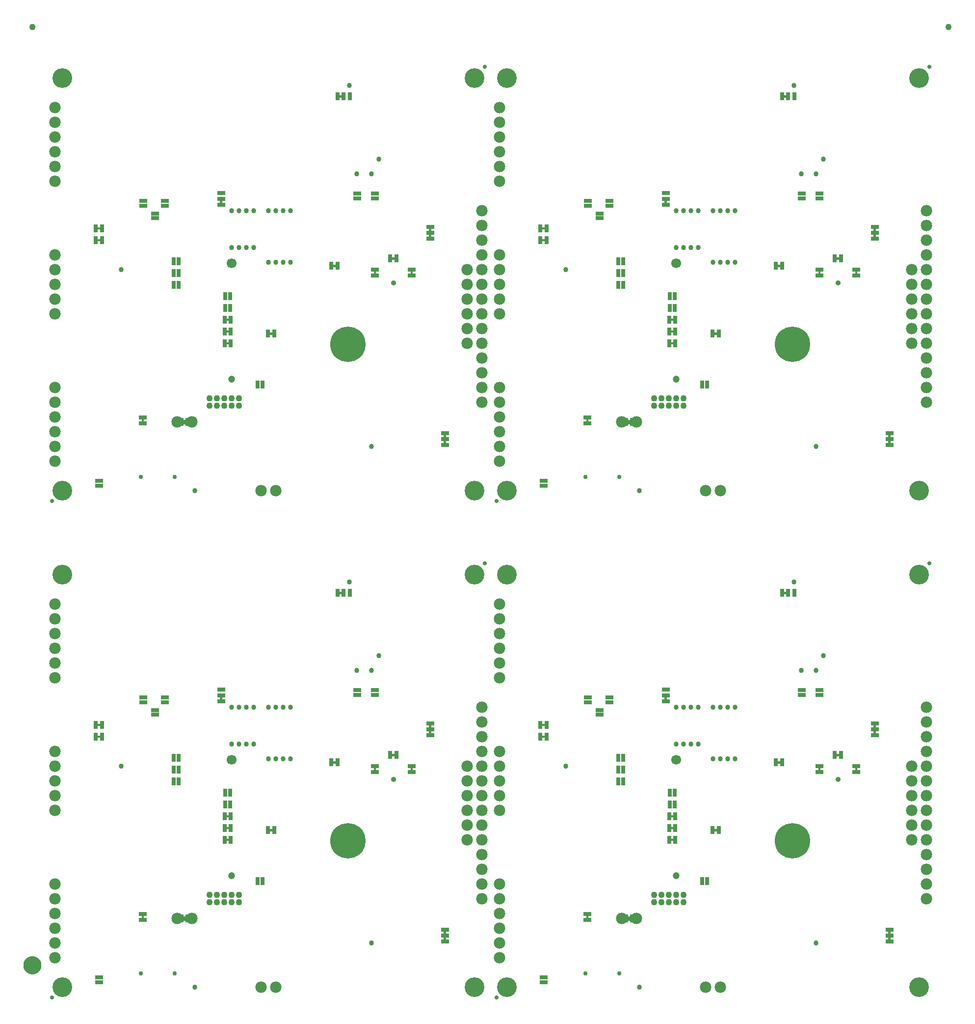
<source format=gbs>
G04 EAGLE Gerber RS-274X export*
G75*
%MOMM*%
%FSLAX34Y34*%
%LPD*%
%INSoldermask Bottom*%
%IPPOS*%
%AMOC8*
5,1,8,0,0,1.08239X$1,22.5*%
G01*
%ADD10C,0.750000*%
%ADD11C,0.735000*%
%ADD12C,0.900000*%
%ADD13C,3.402000*%
%ADD14R,1.370000X0.760400*%
%ADD15R,1.370000X0.735000*%
%ADD16R,0.735000X1.370000*%
%ADD17C,1.979600*%
%ADD18C,1.100000*%
%ADD19R,0.760400X1.370000*%
%ADD20C,6.100000*%
%ADD21C,1.200000*%
%ADD22C,1.700000*%
%ADD23C,0.862000*%
%ADD24C,1.270000*%
%ADD25C,1.600000*%

G36*
X1005270Y140093D02*
X1005270Y140093D01*
X1005336Y140095D01*
X1005379Y140113D01*
X1005426Y140121D01*
X1005483Y140155D01*
X1005543Y140180D01*
X1005578Y140211D01*
X1005619Y140236D01*
X1005661Y140287D01*
X1005709Y140331D01*
X1005731Y140373D01*
X1005760Y140410D01*
X1005781Y140472D01*
X1005812Y140531D01*
X1005820Y140585D01*
X1005832Y140622D01*
X1005831Y140662D01*
X1005839Y140716D01*
X1005839Y146304D01*
X1005828Y146369D01*
X1005826Y146435D01*
X1005808Y146478D01*
X1005800Y146525D01*
X1005766Y146582D01*
X1005741Y146642D01*
X1005710Y146677D01*
X1005685Y146718D01*
X1005634Y146760D01*
X1005590Y146808D01*
X1005548Y146830D01*
X1005511Y146859D01*
X1005449Y146880D01*
X1005390Y146911D01*
X1005336Y146919D01*
X1005299Y146931D01*
X1005259Y146930D01*
X1005205Y146938D01*
X1001395Y146938D01*
X1001330Y146927D01*
X1001264Y146925D01*
X1001221Y146907D01*
X1001174Y146899D01*
X1001117Y146865D01*
X1001057Y146840D01*
X1001022Y146809D01*
X1000981Y146784D01*
X1000940Y146733D01*
X1000891Y146689D01*
X1000869Y146647D01*
X1000840Y146610D01*
X1000819Y146548D01*
X1000788Y146489D01*
X1000780Y146435D01*
X1000768Y146398D01*
X1000769Y146358D01*
X1000761Y146304D01*
X1000761Y140716D01*
X1000772Y140651D01*
X1000774Y140585D01*
X1000792Y140542D01*
X1000800Y140495D01*
X1000834Y140438D01*
X1000859Y140378D01*
X1000890Y140343D01*
X1000915Y140302D01*
X1000966Y140261D01*
X1001010Y140212D01*
X1001052Y140190D01*
X1001089Y140161D01*
X1001151Y140140D01*
X1001210Y140109D01*
X1001264Y140101D01*
X1001301Y140089D01*
X1001341Y140090D01*
X1001395Y140082D01*
X1005205Y140082D01*
X1005270Y140093D01*
G37*
G36*
X238190Y996073D02*
X238190Y996073D01*
X238256Y996075D01*
X238299Y996093D01*
X238346Y996101D01*
X238403Y996135D01*
X238463Y996160D01*
X238498Y996191D01*
X238539Y996216D01*
X238581Y996267D01*
X238629Y996311D01*
X238651Y996353D01*
X238680Y996390D01*
X238701Y996452D01*
X238732Y996511D01*
X238740Y996565D01*
X238752Y996602D01*
X238751Y996642D01*
X238759Y996696D01*
X238759Y1002284D01*
X238748Y1002349D01*
X238746Y1002415D01*
X238728Y1002458D01*
X238720Y1002505D01*
X238686Y1002562D01*
X238661Y1002622D01*
X238630Y1002657D01*
X238605Y1002698D01*
X238554Y1002740D01*
X238510Y1002788D01*
X238468Y1002810D01*
X238431Y1002839D01*
X238369Y1002860D01*
X238310Y1002891D01*
X238256Y1002899D01*
X238219Y1002911D01*
X238179Y1002910D01*
X238125Y1002918D01*
X234315Y1002918D01*
X234250Y1002907D01*
X234184Y1002905D01*
X234141Y1002887D01*
X234094Y1002879D01*
X234037Y1002845D01*
X233977Y1002820D01*
X233942Y1002789D01*
X233901Y1002764D01*
X233860Y1002713D01*
X233811Y1002669D01*
X233789Y1002627D01*
X233760Y1002590D01*
X233739Y1002528D01*
X233708Y1002469D01*
X233700Y1002415D01*
X233688Y1002378D01*
X233689Y1002338D01*
X233681Y1002284D01*
X233681Y996696D01*
X233692Y996631D01*
X233694Y996565D01*
X233712Y996522D01*
X233720Y996475D01*
X233754Y996418D01*
X233779Y996358D01*
X233810Y996323D01*
X233835Y996282D01*
X233886Y996241D01*
X233930Y996192D01*
X233972Y996170D01*
X234009Y996141D01*
X234071Y996120D01*
X234130Y996089D01*
X234184Y996081D01*
X234221Y996069D01*
X234261Y996070D01*
X234315Y996062D01*
X238125Y996062D01*
X238190Y996073D01*
G37*
G36*
X1005270Y996073D02*
X1005270Y996073D01*
X1005336Y996075D01*
X1005379Y996093D01*
X1005426Y996101D01*
X1005483Y996135D01*
X1005543Y996160D01*
X1005578Y996191D01*
X1005619Y996216D01*
X1005661Y996267D01*
X1005709Y996311D01*
X1005731Y996353D01*
X1005760Y996390D01*
X1005781Y996452D01*
X1005812Y996511D01*
X1005820Y996565D01*
X1005832Y996602D01*
X1005831Y996642D01*
X1005839Y996696D01*
X1005839Y1002284D01*
X1005828Y1002349D01*
X1005826Y1002415D01*
X1005808Y1002458D01*
X1005800Y1002505D01*
X1005766Y1002562D01*
X1005741Y1002622D01*
X1005710Y1002657D01*
X1005685Y1002698D01*
X1005634Y1002740D01*
X1005590Y1002788D01*
X1005548Y1002810D01*
X1005511Y1002839D01*
X1005449Y1002860D01*
X1005390Y1002891D01*
X1005336Y1002899D01*
X1005299Y1002911D01*
X1005259Y1002910D01*
X1005205Y1002918D01*
X1001395Y1002918D01*
X1001330Y1002907D01*
X1001264Y1002905D01*
X1001221Y1002887D01*
X1001174Y1002879D01*
X1001117Y1002845D01*
X1001057Y1002820D01*
X1001022Y1002789D01*
X1000981Y1002764D01*
X1000940Y1002713D01*
X1000891Y1002669D01*
X1000869Y1002627D01*
X1000840Y1002590D01*
X1000819Y1002528D01*
X1000788Y1002469D01*
X1000780Y1002415D01*
X1000768Y1002378D01*
X1000769Y1002338D01*
X1000761Y1002284D01*
X1000761Y996696D01*
X1000772Y996631D01*
X1000774Y996565D01*
X1000792Y996522D01*
X1000800Y996475D01*
X1000834Y996418D01*
X1000859Y996358D01*
X1000890Y996323D01*
X1000915Y996282D01*
X1000966Y996241D01*
X1001010Y996192D01*
X1001052Y996170D01*
X1001089Y996141D01*
X1001151Y996120D01*
X1001210Y996089D01*
X1001264Y996081D01*
X1001301Y996069D01*
X1001341Y996070D01*
X1001395Y996062D01*
X1005205Y996062D01*
X1005270Y996073D01*
G37*
G36*
X238190Y140093D02*
X238190Y140093D01*
X238256Y140095D01*
X238299Y140113D01*
X238346Y140121D01*
X238403Y140155D01*
X238463Y140180D01*
X238498Y140211D01*
X238539Y140236D01*
X238581Y140287D01*
X238629Y140331D01*
X238651Y140373D01*
X238680Y140410D01*
X238701Y140472D01*
X238732Y140531D01*
X238740Y140585D01*
X238752Y140622D01*
X238751Y140662D01*
X238759Y140716D01*
X238759Y146304D01*
X238748Y146369D01*
X238746Y146435D01*
X238728Y146478D01*
X238720Y146525D01*
X238686Y146582D01*
X238661Y146642D01*
X238630Y146677D01*
X238605Y146718D01*
X238554Y146760D01*
X238510Y146808D01*
X238468Y146830D01*
X238431Y146859D01*
X238369Y146880D01*
X238310Y146911D01*
X238256Y146919D01*
X238219Y146931D01*
X238179Y146930D01*
X238125Y146938D01*
X234315Y146938D01*
X234250Y146927D01*
X234184Y146925D01*
X234141Y146907D01*
X234094Y146899D01*
X234037Y146865D01*
X233977Y146840D01*
X233942Y146809D01*
X233901Y146784D01*
X233860Y146733D01*
X233811Y146689D01*
X233789Y146647D01*
X233760Y146610D01*
X233739Y146548D01*
X233708Y146489D01*
X233700Y146435D01*
X233688Y146398D01*
X233689Y146358D01*
X233681Y146304D01*
X233681Y140716D01*
X233692Y140651D01*
X233694Y140585D01*
X233712Y140542D01*
X233720Y140495D01*
X233754Y140438D01*
X233779Y140378D01*
X233810Y140343D01*
X233835Y140302D01*
X233886Y140261D01*
X233930Y140212D01*
X233972Y140190D01*
X234009Y140161D01*
X234071Y140140D01*
X234130Y140109D01*
X234184Y140101D01*
X234221Y140089D01*
X234261Y140090D01*
X234315Y140082D01*
X238125Y140082D01*
X238190Y140093D01*
G37*
G36*
X1068135Y1376692D02*
X1068135Y1376692D01*
X1068201Y1376694D01*
X1068244Y1376712D01*
X1068291Y1376720D01*
X1068348Y1376754D01*
X1068408Y1376779D01*
X1068443Y1376810D01*
X1068484Y1376835D01*
X1068526Y1376886D01*
X1068574Y1376930D01*
X1068596Y1376972D01*
X1068625Y1377009D01*
X1068646Y1377071D01*
X1068677Y1377130D01*
X1068685Y1377184D01*
X1068697Y1377221D01*
X1068696Y1377261D01*
X1068704Y1377315D01*
X1068704Y1381125D01*
X1068693Y1381190D01*
X1068691Y1381256D01*
X1068673Y1381299D01*
X1068665Y1381346D01*
X1068631Y1381403D01*
X1068606Y1381463D01*
X1068575Y1381498D01*
X1068550Y1381539D01*
X1068499Y1381581D01*
X1068455Y1381629D01*
X1068413Y1381651D01*
X1068376Y1381680D01*
X1068314Y1381701D01*
X1068255Y1381732D01*
X1068201Y1381740D01*
X1068164Y1381752D01*
X1068124Y1381751D01*
X1068070Y1381759D01*
X1065530Y1381759D01*
X1065465Y1381748D01*
X1065399Y1381746D01*
X1065356Y1381728D01*
X1065309Y1381720D01*
X1065252Y1381686D01*
X1065192Y1381661D01*
X1065157Y1381630D01*
X1065116Y1381605D01*
X1065075Y1381554D01*
X1065026Y1381510D01*
X1065004Y1381468D01*
X1064975Y1381431D01*
X1064954Y1381369D01*
X1064923Y1381310D01*
X1064915Y1381256D01*
X1064903Y1381219D01*
X1064903Y1381215D01*
X1064903Y1381214D01*
X1064904Y1381179D01*
X1064896Y1381125D01*
X1064896Y1377315D01*
X1064907Y1377250D01*
X1064909Y1377184D01*
X1064927Y1377141D01*
X1064935Y1377094D01*
X1064969Y1377037D01*
X1064994Y1376977D01*
X1065025Y1376942D01*
X1065050Y1376901D01*
X1065101Y1376860D01*
X1065145Y1376811D01*
X1065187Y1376789D01*
X1065224Y1376760D01*
X1065286Y1376739D01*
X1065345Y1376708D01*
X1065399Y1376700D01*
X1065436Y1376688D01*
X1065476Y1376689D01*
X1065530Y1376681D01*
X1068070Y1376681D01*
X1068135Y1376692D01*
G37*
G36*
X301055Y1376692D02*
X301055Y1376692D01*
X301121Y1376694D01*
X301164Y1376712D01*
X301211Y1376720D01*
X301268Y1376754D01*
X301328Y1376779D01*
X301363Y1376810D01*
X301404Y1376835D01*
X301446Y1376886D01*
X301494Y1376930D01*
X301516Y1376972D01*
X301545Y1377009D01*
X301566Y1377071D01*
X301597Y1377130D01*
X301605Y1377184D01*
X301617Y1377221D01*
X301616Y1377261D01*
X301624Y1377315D01*
X301624Y1381125D01*
X301613Y1381190D01*
X301611Y1381256D01*
X301593Y1381299D01*
X301585Y1381346D01*
X301551Y1381403D01*
X301526Y1381463D01*
X301495Y1381498D01*
X301470Y1381539D01*
X301419Y1381581D01*
X301375Y1381629D01*
X301333Y1381651D01*
X301296Y1381680D01*
X301234Y1381701D01*
X301175Y1381732D01*
X301121Y1381740D01*
X301084Y1381752D01*
X301044Y1381751D01*
X300990Y1381759D01*
X298450Y1381759D01*
X298385Y1381748D01*
X298319Y1381746D01*
X298276Y1381728D01*
X298229Y1381720D01*
X298172Y1381686D01*
X298112Y1381661D01*
X298077Y1381630D01*
X298036Y1381605D01*
X297995Y1381554D01*
X297946Y1381510D01*
X297924Y1381468D01*
X297895Y1381431D01*
X297874Y1381369D01*
X297843Y1381310D01*
X297835Y1381256D01*
X297823Y1381219D01*
X297823Y1381215D01*
X297823Y1381214D01*
X297824Y1381179D01*
X297816Y1381125D01*
X297816Y1377315D01*
X297827Y1377250D01*
X297829Y1377184D01*
X297847Y1377141D01*
X297855Y1377094D01*
X297889Y1377037D01*
X297914Y1376977D01*
X297945Y1376942D01*
X297970Y1376901D01*
X298021Y1376860D01*
X298065Y1376811D01*
X298107Y1376789D01*
X298144Y1376760D01*
X298206Y1376739D01*
X298265Y1376708D01*
X298319Y1376700D01*
X298356Y1376688D01*
X298396Y1376689D01*
X298450Y1376681D01*
X300990Y1376681D01*
X301055Y1376692D01*
G37*
G36*
X1428815Y1318272D02*
X1428815Y1318272D01*
X1428881Y1318274D01*
X1428924Y1318292D01*
X1428971Y1318300D01*
X1429028Y1318334D01*
X1429088Y1318359D01*
X1429123Y1318390D01*
X1429164Y1318415D01*
X1429206Y1318466D01*
X1429254Y1318510D01*
X1429276Y1318552D01*
X1429305Y1318589D01*
X1429326Y1318651D01*
X1429357Y1318710D01*
X1429365Y1318764D01*
X1429377Y1318801D01*
X1429376Y1318841D01*
X1429384Y1318895D01*
X1429384Y1322705D01*
X1429373Y1322770D01*
X1429371Y1322836D01*
X1429353Y1322879D01*
X1429345Y1322926D01*
X1429311Y1322983D01*
X1429286Y1323043D01*
X1429255Y1323078D01*
X1429230Y1323119D01*
X1429179Y1323161D01*
X1429135Y1323209D01*
X1429093Y1323231D01*
X1429056Y1323260D01*
X1428994Y1323281D01*
X1428935Y1323312D01*
X1428881Y1323320D01*
X1428844Y1323332D01*
X1428804Y1323331D01*
X1428750Y1323339D01*
X1426210Y1323339D01*
X1426145Y1323328D01*
X1426079Y1323326D01*
X1426036Y1323308D01*
X1425989Y1323300D01*
X1425932Y1323266D01*
X1425872Y1323241D01*
X1425837Y1323210D01*
X1425796Y1323185D01*
X1425755Y1323134D01*
X1425706Y1323090D01*
X1425684Y1323048D01*
X1425655Y1323011D01*
X1425634Y1322949D01*
X1425603Y1322890D01*
X1425595Y1322836D01*
X1425583Y1322799D01*
X1425583Y1322795D01*
X1425583Y1322794D01*
X1425584Y1322759D01*
X1425576Y1322705D01*
X1425576Y1318895D01*
X1425587Y1318830D01*
X1425589Y1318764D01*
X1425607Y1318721D01*
X1425615Y1318674D01*
X1425649Y1318617D01*
X1425674Y1318557D01*
X1425705Y1318522D01*
X1425730Y1318481D01*
X1425781Y1318440D01*
X1425825Y1318391D01*
X1425867Y1318369D01*
X1425904Y1318340D01*
X1425966Y1318319D01*
X1426025Y1318288D01*
X1426079Y1318280D01*
X1426116Y1318268D01*
X1426156Y1318269D01*
X1426210Y1318261D01*
X1428750Y1318261D01*
X1428815Y1318272D01*
G37*
G36*
X687135Y106692D02*
X687135Y106692D01*
X687201Y106694D01*
X687244Y106712D01*
X687291Y106720D01*
X687348Y106754D01*
X687408Y106779D01*
X687443Y106810D01*
X687484Y106835D01*
X687526Y106886D01*
X687574Y106930D01*
X687596Y106972D01*
X687625Y107009D01*
X687646Y107071D01*
X687677Y107130D01*
X687685Y107184D01*
X687697Y107221D01*
X687696Y107261D01*
X687704Y107315D01*
X687704Y111125D01*
X687693Y111190D01*
X687691Y111256D01*
X687673Y111299D01*
X687665Y111346D01*
X687631Y111403D01*
X687606Y111463D01*
X687575Y111498D01*
X687550Y111539D01*
X687499Y111581D01*
X687455Y111629D01*
X687413Y111651D01*
X687376Y111680D01*
X687314Y111701D01*
X687255Y111732D01*
X687201Y111740D01*
X687164Y111752D01*
X687124Y111751D01*
X687070Y111759D01*
X684530Y111759D01*
X684465Y111748D01*
X684399Y111746D01*
X684356Y111728D01*
X684309Y111720D01*
X684252Y111686D01*
X684192Y111661D01*
X684157Y111630D01*
X684116Y111605D01*
X684075Y111554D01*
X684026Y111510D01*
X684004Y111468D01*
X683975Y111431D01*
X683954Y111369D01*
X683923Y111310D01*
X683915Y111256D01*
X683903Y111219D01*
X683903Y111215D01*
X683903Y111214D01*
X683904Y111179D01*
X683896Y111125D01*
X683896Y107315D01*
X683907Y107250D01*
X683909Y107184D01*
X683927Y107141D01*
X683935Y107094D01*
X683969Y107037D01*
X683994Y106977D01*
X684025Y106942D01*
X684050Y106901D01*
X684101Y106860D01*
X684145Y106811D01*
X684187Y106789D01*
X684224Y106760D01*
X684286Y106739D01*
X684345Y106708D01*
X684399Y106700D01*
X684436Y106688D01*
X684476Y106689D01*
X684530Y106681D01*
X687070Y106681D01*
X687135Y106692D01*
G37*
G36*
X301055Y520712D02*
X301055Y520712D01*
X301121Y520714D01*
X301164Y520732D01*
X301211Y520740D01*
X301268Y520774D01*
X301328Y520799D01*
X301363Y520830D01*
X301404Y520855D01*
X301446Y520906D01*
X301494Y520950D01*
X301516Y520992D01*
X301545Y521029D01*
X301566Y521091D01*
X301597Y521150D01*
X301605Y521204D01*
X301617Y521241D01*
X301616Y521281D01*
X301624Y521335D01*
X301624Y525145D01*
X301613Y525210D01*
X301611Y525276D01*
X301593Y525319D01*
X301585Y525366D01*
X301551Y525423D01*
X301526Y525483D01*
X301495Y525518D01*
X301470Y525559D01*
X301419Y525601D01*
X301375Y525649D01*
X301333Y525671D01*
X301296Y525700D01*
X301234Y525721D01*
X301175Y525752D01*
X301121Y525760D01*
X301084Y525772D01*
X301044Y525771D01*
X300990Y525779D01*
X298450Y525779D01*
X298385Y525768D01*
X298319Y525766D01*
X298276Y525748D01*
X298229Y525740D01*
X298172Y525706D01*
X298112Y525681D01*
X298077Y525650D01*
X298036Y525625D01*
X297995Y525574D01*
X297946Y525530D01*
X297924Y525488D01*
X297895Y525451D01*
X297874Y525389D01*
X297843Y525330D01*
X297835Y525276D01*
X297823Y525239D01*
X297823Y525235D01*
X297823Y525234D01*
X297824Y525199D01*
X297816Y525145D01*
X297816Y521335D01*
X297827Y521270D01*
X297829Y521204D01*
X297847Y521161D01*
X297855Y521114D01*
X297889Y521057D01*
X297914Y520997D01*
X297945Y520962D01*
X297970Y520921D01*
X298021Y520880D01*
X298065Y520831D01*
X298107Y520809D01*
X298144Y520780D01*
X298206Y520759D01*
X298265Y520728D01*
X298319Y520720D01*
X298356Y520708D01*
X298396Y520709D01*
X298450Y520701D01*
X300990Y520701D01*
X301055Y520712D01*
G37*
G36*
X1068135Y520712D02*
X1068135Y520712D01*
X1068201Y520714D01*
X1068244Y520732D01*
X1068291Y520740D01*
X1068348Y520774D01*
X1068408Y520799D01*
X1068443Y520830D01*
X1068484Y520855D01*
X1068526Y520906D01*
X1068574Y520950D01*
X1068596Y520992D01*
X1068625Y521029D01*
X1068646Y521091D01*
X1068677Y521150D01*
X1068685Y521204D01*
X1068697Y521241D01*
X1068696Y521281D01*
X1068704Y521335D01*
X1068704Y525145D01*
X1068693Y525210D01*
X1068691Y525276D01*
X1068673Y525319D01*
X1068665Y525366D01*
X1068631Y525423D01*
X1068606Y525483D01*
X1068575Y525518D01*
X1068550Y525559D01*
X1068499Y525601D01*
X1068455Y525649D01*
X1068413Y525671D01*
X1068376Y525700D01*
X1068314Y525721D01*
X1068255Y525752D01*
X1068201Y525760D01*
X1068164Y525772D01*
X1068124Y525771D01*
X1068070Y525779D01*
X1065530Y525779D01*
X1065465Y525768D01*
X1065399Y525766D01*
X1065356Y525748D01*
X1065309Y525740D01*
X1065252Y525706D01*
X1065192Y525681D01*
X1065157Y525650D01*
X1065116Y525625D01*
X1065075Y525574D01*
X1065026Y525530D01*
X1065004Y525488D01*
X1064975Y525451D01*
X1064954Y525389D01*
X1064923Y525330D01*
X1064915Y525276D01*
X1064903Y525239D01*
X1064903Y525235D01*
X1064903Y525234D01*
X1064904Y525199D01*
X1064896Y525145D01*
X1064896Y521335D01*
X1064907Y521270D01*
X1064909Y521204D01*
X1064927Y521161D01*
X1064935Y521114D01*
X1064969Y521057D01*
X1064994Y520997D01*
X1065025Y520962D01*
X1065050Y520921D01*
X1065101Y520880D01*
X1065145Y520831D01*
X1065187Y520809D01*
X1065224Y520780D01*
X1065286Y520759D01*
X1065345Y520728D01*
X1065399Y520720D01*
X1065436Y520708D01*
X1065476Y520709D01*
X1065530Y520701D01*
X1068070Y520701D01*
X1068135Y520712D01*
G37*
G36*
X1428815Y1328432D02*
X1428815Y1328432D01*
X1428881Y1328434D01*
X1428924Y1328452D01*
X1428971Y1328460D01*
X1429028Y1328494D01*
X1429088Y1328519D01*
X1429123Y1328550D01*
X1429164Y1328575D01*
X1429206Y1328626D01*
X1429254Y1328670D01*
X1429276Y1328712D01*
X1429305Y1328749D01*
X1429326Y1328811D01*
X1429357Y1328870D01*
X1429365Y1328924D01*
X1429377Y1328961D01*
X1429376Y1329001D01*
X1429384Y1329055D01*
X1429384Y1332865D01*
X1429373Y1332930D01*
X1429371Y1332996D01*
X1429353Y1333039D01*
X1429345Y1333086D01*
X1429311Y1333143D01*
X1429286Y1333203D01*
X1429255Y1333238D01*
X1429230Y1333279D01*
X1429179Y1333321D01*
X1429135Y1333369D01*
X1429093Y1333391D01*
X1429056Y1333420D01*
X1428994Y1333441D01*
X1428935Y1333472D01*
X1428881Y1333480D01*
X1428844Y1333492D01*
X1428804Y1333491D01*
X1428750Y1333499D01*
X1426210Y1333499D01*
X1426145Y1333488D01*
X1426079Y1333486D01*
X1426036Y1333468D01*
X1425989Y1333460D01*
X1425932Y1333426D01*
X1425872Y1333401D01*
X1425837Y1333370D01*
X1425796Y1333345D01*
X1425755Y1333294D01*
X1425706Y1333250D01*
X1425684Y1333208D01*
X1425655Y1333171D01*
X1425634Y1333109D01*
X1425603Y1333050D01*
X1425595Y1332996D01*
X1425583Y1332959D01*
X1425583Y1332955D01*
X1425583Y1332954D01*
X1425584Y1332919D01*
X1425576Y1332865D01*
X1425576Y1329055D01*
X1425587Y1328990D01*
X1425589Y1328924D01*
X1425607Y1328881D01*
X1425615Y1328834D01*
X1425649Y1328777D01*
X1425674Y1328717D01*
X1425705Y1328682D01*
X1425730Y1328641D01*
X1425781Y1328600D01*
X1425825Y1328551D01*
X1425867Y1328529D01*
X1425904Y1328500D01*
X1425966Y1328479D01*
X1426025Y1328448D01*
X1426079Y1328440D01*
X1426116Y1328428D01*
X1426156Y1328429D01*
X1426210Y1328421D01*
X1428750Y1328421D01*
X1428815Y1328432D01*
G37*
G36*
X661735Y1328432D02*
X661735Y1328432D01*
X661801Y1328434D01*
X661844Y1328452D01*
X661891Y1328460D01*
X661948Y1328494D01*
X662008Y1328519D01*
X662043Y1328550D01*
X662084Y1328575D01*
X662126Y1328626D01*
X662174Y1328670D01*
X662196Y1328712D01*
X662225Y1328749D01*
X662246Y1328811D01*
X662277Y1328870D01*
X662285Y1328924D01*
X662297Y1328961D01*
X662296Y1329001D01*
X662304Y1329055D01*
X662304Y1332865D01*
X662293Y1332930D01*
X662291Y1332996D01*
X662273Y1333039D01*
X662265Y1333086D01*
X662231Y1333143D01*
X662206Y1333203D01*
X662175Y1333238D01*
X662150Y1333279D01*
X662099Y1333321D01*
X662055Y1333369D01*
X662013Y1333391D01*
X661976Y1333420D01*
X661914Y1333441D01*
X661855Y1333472D01*
X661801Y1333480D01*
X661764Y1333492D01*
X661724Y1333491D01*
X661670Y1333499D01*
X659130Y1333499D01*
X659065Y1333488D01*
X658999Y1333486D01*
X658956Y1333468D01*
X658909Y1333460D01*
X658852Y1333426D01*
X658792Y1333401D01*
X658757Y1333370D01*
X658716Y1333345D01*
X658675Y1333294D01*
X658626Y1333250D01*
X658604Y1333208D01*
X658575Y1333171D01*
X658554Y1333109D01*
X658523Y1333050D01*
X658515Y1332996D01*
X658503Y1332959D01*
X658503Y1332955D01*
X658503Y1332954D01*
X658504Y1332919D01*
X658496Y1332865D01*
X658496Y1329055D01*
X658507Y1328990D01*
X658509Y1328924D01*
X658527Y1328881D01*
X658535Y1328834D01*
X658569Y1328777D01*
X658594Y1328717D01*
X658625Y1328682D01*
X658650Y1328641D01*
X658701Y1328600D01*
X658745Y1328551D01*
X658787Y1328529D01*
X658824Y1328500D01*
X658886Y1328479D01*
X658945Y1328448D01*
X658999Y1328440D01*
X659036Y1328428D01*
X659076Y1328429D01*
X659130Y1328421D01*
X661670Y1328421D01*
X661735Y1328432D01*
G37*
G36*
X661735Y1318272D02*
X661735Y1318272D01*
X661801Y1318274D01*
X661844Y1318292D01*
X661891Y1318300D01*
X661948Y1318334D01*
X662008Y1318359D01*
X662043Y1318390D01*
X662084Y1318415D01*
X662126Y1318466D01*
X662174Y1318510D01*
X662196Y1318552D01*
X662225Y1318589D01*
X662246Y1318651D01*
X662277Y1318710D01*
X662285Y1318764D01*
X662297Y1318801D01*
X662296Y1318841D01*
X662304Y1318895D01*
X662304Y1322705D01*
X662293Y1322770D01*
X662291Y1322836D01*
X662273Y1322879D01*
X662265Y1322926D01*
X662231Y1322983D01*
X662206Y1323043D01*
X662175Y1323078D01*
X662150Y1323119D01*
X662099Y1323161D01*
X662055Y1323209D01*
X662013Y1323231D01*
X661976Y1323260D01*
X661914Y1323281D01*
X661855Y1323312D01*
X661801Y1323320D01*
X661764Y1323332D01*
X661724Y1323331D01*
X661670Y1323339D01*
X659130Y1323339D01*
X659065Y1323328D01*
X658999Y1323326D01*
X658956Y1323308D01*
X658909Y1323300D01*
X658852Y1323266D01*
X658792Y1323241D01*
X658757Y1323210D01*
X658716Y1323185D01*
X658675Y1323134D01*
X658626Y1323090D01*
X658604Y1323048D01*
X658575Y1323011D01*
X658554Y1322949D01*
X658523Y1322890D01*
X658515Y1322836D01*
X658503Y1322799D01*
X658503Y1322795D01*
X658503Y1322794D01*
X658504Y1322759D01*
X658496Y1322705D01*
X658496Y1318895D01*
X658507Y1318830D01*
X658509Y1318764D01*
X658527Y1318721D01*
X658535Y1318674D01*
X658569Y1318617D01*
X658594Y1318557D01*
X658625Y1318522D01*
X658650Y1318481D01*
X658701Y1318440D01*
X658745Y1318391D01*
X658787Y1318369D01*
X658824Y1318340D01*
X658886Y1318319D01*
X658945Y1318288D01*
X658999Y1318280D01*
X659036Y1318268D01*
X659076Y1318269D01*
X659130Y1318261D01*
X661670Y1318261D01*
X661735Y1318272D01*
G37*
G36*
X629985Y1254772D02*
X629985Y1254772D01*
X630051Y1254774D01*
X630094Y1254792D01*
X630141Y1254800D01*
X630198Y1254834D01*
X630258Y1254859D01*
X630293Y1254890D01*
X630334Y1254915D01*
X630376Y1254966D01*
X630424Y1255010D01*
X630446Y1255052D01*
X630475Y1255089D01*
X630496Y1255151D01*
X630527Y1255210D01*
X630535Y1255264D01*
X630547Y1255301D01*
X630546Y1255341D01*
X630554Y1255395D01*
X630554Y1259205D01*
X630543Y1259270D01*
X630541Y1259336D01*
X630523Y1259379D01*
X630515Y1259426D01*
X630481Y1259483D01*
X630456Y1259543D01*
X630425Y1259578D01*
X630400Y1259619D01*
X630349Y1259661D01*
X630305Y1259709D01*
X630263Y1259731D01*
X630226Y1259760D01*
X630164Y1259781D01*
X630105Y1259812D01*
X630051Y1259820D01*
X630014Y1259832D01*
X629974Y1259831D01*
X629920Y1259839D01*
X627380Y1259839D01*
X627315Y1259828D01*
X627249Y1259826D01*
X627206Y1259808D01*
X627159Y1259800D01*
X627102Y1259766D01*
X627042Y1259741D01*
X627007Y1259710D01*
X626966Y1259685D01*
X626925Y1259634D01*
X626876Y1259590D01*
X626854Y1259548D01*
X626825Y1259511D01*
X626804Y1259449D01*
X626773Y1259390D01*
X626765Y1259336D01*
X626753Y1259299D01*
X626753Y1259295D01*
X626753Y1259294D01*
X626754Y1259259D01*
X626746Y1259205D01*
X626746Y1255395D01*
X626757Y1255330D01*
X626759Y1255264D01*
X626777Y1255221D01*
X626785Y1255174D01*
X626819Y1255117D01*
X626844Y1255057D01*
X626875Y1255022D01*
X626900Y1254981D01*
X626951Y1254940D01*
X626995Y1254891D01*
X627037Y1254869D01*
X627074Y1254840D01*
X627136Y1254819D01*
X627195Y1254788D01*
X627249Y1254780D01*
X627286Y1254768D01*
X627326Y1254769D01*
X627380Y1254761D01*
X629920Y1254761D01*
X629985Y1254772D01*
G37*
G36*
X1428815Y472452D02*
X1428815Y472452D01*
X1428881Y472454D01*
X1428924Y472472D01*
X1428971Y472480D01*
X1429028Y472514D01*
X1429088Y472539D01*
X1429123Y472570D01*
X1429164Y472595D01*
X1429206Y472646D01*
X1429254Y472690D01*
X1429276Y472732D01*
X1429305Y472769D01*
X1429326Y472831D01*
X1429357Y472890D01*
X1429365Y472944D01*
X1429377Y472981D01*
X1429376Y473021D01*
X1429384Y473075D01*
X1429384Y476885D01*
X1429373Y476950D01*
X1429371Y477016D01*
X1429353Y477059D01*
X1429345Y477106D01*
X1429311Y477163D01*
X1429286Y477223D01*
X1429255Y477258D01*
X1429230Y477299D01*
X1429179Y477341D01*
X1429135Y477389D01*
X1429093Y477411D01*
X1429056Y477440D01*
X1428994Y477461D01*
X1428935Y477492D01*
X1428881Y477500D01*
X1428844Y477512D01*
X1428804Y477511D01*
X1428750Y477519D01*
X1426210Y477519D01*
X1426145Y477508D01*
X1426079Y477506D01*
X1426036Y477488D01*
X1425989Y477480D01*
X1425932Y477446D01*
X1425872Y477421D01*
X1425837Y477390D01*
X1425796Y477365D01*
X1425755Y477314D01*
X1425706Y477270D01*
X1425684Y477228D01*
X1425655Y477191D01*
X1425634Y477129D01*
X1425603Y477070D01*
X1425595Y477016D01*
X1425583Y476979D01*
X1425583Y476975D01*
X1425583Y476974D01*
X1425584Y476939D01*
X1425576Y476885D01*
X1425576Y473075D01*
X1425587Y473010D01*
X1425589Y472944D01*
X1425607Y472901D01*
X1425615Y472854D01*
X1425649Y472797D01*
X1425674Y472737D01*
X1425705Y472702D01*
X1425730Y472661D01*
X1425781Y472620D01*
X1425825Y472571D01*
X1425867Y472549D01*
X1425904Y472520D01*
X1425966Y472499D01*
X1426025Y472468D01*
X1426079Y472460D01*
X1426116Y472448D01*
X1426156Y472449D01*
X1426210Y472441D01*
X1428750Y472441D01*
X1428815Y472452D01*
G37*
G36*
X661735Y472452D02*
X661735Y472452D01*
X661801Y472454D01*
X661844Y472472D01*
X661891Y472480D01*
X661948Y472514D01*
X662008Y472539D01*
X662043Y472570D01*
X662084Y472595D01*
X662126Y472646D01*
X662174Y472690D01*
X662196Y472732D01*
X662225Y472769D01*
X662246Y472831D01*
X662277Y472890D01*
X662285Y472944D01*
X662297Y472981D01*
X662296Y473021D01*
X662304Y473075D01*
X662304Y476885D01*
X662293Y476950D01*
X662291Y477016D01*
X662273Y477059D01*
X662265Y477106D01*
X662231Y477163D01*
X662206Y477223D01*
X662175Y477258D01*
X662150Y477299D01*
X662099Y477341D01*
X662055Y477389D01*
X662013Y477411D01*
X661976Y477440D01*
X661914Y477461D01*
X661855Y477492D01*
X661801Y477500D01*
X661764Y477512D01*
X661724Y477511D01*
X661670Y477519D01*
X659130Y477519D01*
X659065Y477508D01*
X658999Y477506D01*
X658956Y477488D01*
X658909Y477480D01*
X658852Y477446D01*
X658792Y477421D01*
X658757Y477390D01*
X658716Y477365D01*
X658675Y477314D01*
X658626Y477270D01*
X658604Y477228D01*
X658575Y477191D01*
X658554Y477129D01*
X658523Y477070D01*
X658515Y477016D01*
X658503Y476979D01*
X658503Y476975D01*
X658503Y476974D01*
X658504Y476939D01*
X658496Y476885D01*
X658496Y473075D01*
X658507Y473010D01*
X658509Y472944D01*
X658527Y472901D01*
X658535Y472854D01*
X658569Y472797D01*
X658594Y472737D01*
X658625Y472702D01*
X658650Y472661D01*
X658701Y472620D01*
X658745Y472571D01*
X658787Y472549D01*
X658824Y472520D01*
X658886Y472499D01*
X658945Y472468D01*
X658999Y472460D01*
X659036Y472448D01*
X659076Y472449D01*
X659130Y472441D01*
X661670Y472441D01*
X661735Y472452D01*
G37*
G36*
X1428815Y462292D02*
X1428815Y462292D01*
X1428881Y462294D01*
X1428924Y462312D01*
X1428971Y462320D01*
X1429028Y462354D01*
X1429088Y462379D01*
X1429123Y462410D01*
X1429164Y462435D01*
X1429206Y462486D01*
X1429254Y462530D01*
X1429276Y462572D01*
X1429305Y462609D01*
X1429326Y462671D01*
X1429357Y462730D01*
X1429365Y462784D01*
X1429377Y462821D01*
X1429376Y462861D01*
X1429384Y462915D01*
X1429384Y466725D01*
X1429373Y466790D01*
X1429371Y466856D01*
X1429353Y466899D01*
X1429345Y466946D01*
X1429311Y467003D01*
X1429286Y467063D01*
X1429255Y467098D01*
X1429230Y467139D01*
X1429179Y467181D01*
X1429135Y467229D01*
X1429093Y467251D01*
X1429056Y467280D01*
X1428994Y467301D01*
X1428935Y467332D01*
X1428881Y467340D01*
X1428844Y467352D01*
X1428804Y467351D01*
X1428750Y467359D01*
X1426210Y467359D01*
X1426145Y467348D01*
X1426079Y467346D01*
X1426036Y467328D01*
X1425989Y467320D01*
X1425932Y467286D01*
X1425872Y467261D01*
X1425837Y467230D01*
X1425796Y467205D01*
X1425755Y467154D01*
X1425706Y467110D01*
X1425684Y467068D01*
X1425655Y467031D01*
X1425634Y466969D01*
X1425603Y466910D01*
X1425595Y466856D01*
X1425583Y466819D01*
X1425583Y466815D01*
X1425583Y466814D01*
X1425584Y466779D01*
X1425576Y466725D01*
X1425576Y462915D01*
X1425587Y462850D01*
X1425589Y462784D01*
X1425607Y462741D01*
X1425615Y462694D01*
X1425649Y462637D01*
X1425674Y462577D01*
X1425705Y462542D01*
X1425730Y462501D01*
X1425781Y462460D01*
X1425825Y462411D01*
X1425867Y462389D01*
X1425904Y462360D01*
X1425966Y462339D01*
X1426025Y462308D01*
X1426079Y462300D01*
X1426116Y462288D01*
X1426156Y462289D01*
X1426210Y462281D01*
X1428750Y462281D01*
X1428815Y462292D01*
G37*
G36*
X1333565Y398792D02*
X1333565Y398792D01*
X1333631Y398794D01*
X1333674Y398812D01*
X1333721Y398820D01*
X1333778Y398854D01*
X1333838Y398879D01*
X1333873Y398910D01*
X1333914Y398935D01*
X1333956Y398986D01*
X1334004Y399030D01*
X1334026Y399072D01*
X1334055Y399109D01*
X1334076Y399171D01*
X1334107Y399230D01*
X1334115Y399284D01*
X1334127Y399321D01*
X1334126Y399361D01*
X1334134Y399415D01*
X1334134Y403225D01*
X1334123Y403290D01*
X1334121Y403356D01*
X1334103Y403399D01*
X1334095Y403446D01*
X1334061Y403503D01*
X1334036Y403563D01*
X1334005Y403598D01*
X1333980Y403639D01*
X1333929Y403681D01*
X1333885Y403729D01*
X1333843Y403751D01*
X1333806Y403780D01*
X1333744Y403801D01*
X1333685Y403832D01*
X1333631Y403840D01*
X1333594Y403852D01*
X1333554Y403851D01*
X1333500Y403859D01*
X1330960Y403859D01*
X1330895Y403848D01*
X1330829Y403846D01*
X1330786Y403828D01*
X1330739Y403820D01*
X1330682Y403786D01*
X1330622Y403761D01*
X1330587Y403730D01*
X1330546Y403705D01*
X1330505Y403654D01*
X1330456Y403610D01*
X1330434Y403568D01*
X1330405Y403531D01*
X1330384Y403469D01*
X1330353Y403410D01*
X1330345Y403356D01*
X1330333Y403319D01*
X1330333Y403315D01*
X1330333Y403314D01*
X1330334Y403279D01*
X1330326Y403225D01*
X1330326Y399415D01*
X1330337Y399350D01*
X1330339Y399284D01*
X1330357Y399241D01*
X1330365Y399194D01*
X1330399Y399137D01*
X1330424Y399077D01*
X1330455Y399042D01*
X1330480Y399001D01*
X1330531Y398960D01*
X1330575Y398911D01*
X1330617Y398889D01*
X1330654Y398860D01*
X1330716Y398839D01*
X1330775Y398808D01*
X1330829Y398800D01*
X1330866Y398788D01*
X1330906Y398789D01*
X1330960Y398781D01*
X1333500Y398781D01*
X1333565Y398792D01*
G37*
G36*
X1397065Y398792D02*
X1397065Y398792D01*
X1397131Y398794D01*
X1397174Y398812D01*
X1397221Y398820D01*
X1397278Y398854D01*
X1397338Y398879D01*
X1397373Y398910D01*
X1397414Y398935D01*
X1397456Y398986D01*
X1397504Y399030D01*
X1397526Y399072D01*
X1397555Y399109D01*
X1397576Y399171D01*
X1397607Y399230D01*
X1397615Y399284D01*
X1397627Y399321D01*
X1397626Y399361D01*
X1397634Y399415D01*
X1397634Y403225D01*
X1397623Y403290D01*
X1397621Y403356D01*
X1397603Y403399D01*
X1397595Y403446D01*
X1397561Y403503D01*
X1397536Y403563D01*
X1397505Y403598D01*
X1397480Y403639D01*
X1397429Y403681D01*
X1397385Y403729D01*
X1397343Y403751D01*
X1397306Y403780D01*
X1397244Y403801D01*
X1397185Y403832D01*
X1397131Y403840D01*
X1397094Y403852D01*
X1397054Y403851D01*
X1397000Y403859D01*
X1394460Y403859D01*
X1394395Y403848D01*
X1394329Y403846D01*
X1394286Y403828D01*
X1394239Y403820D01*
X1394182Y403786D01*
X1394122Y403761D01*
X1394087Y403730D01*
X1394046Y403705D01*
X1394005Y403654D01*
X1393956Y403610D01*
X1393934Y403568D01*
X1393905Y403531D01*
X1393884Y403469D01*
X1393853Y403410D01*
X1393845Y403356D01*
X1393833Y403319D01*
X1393833Y403315D01*
X1393833Y403314D01*
X1393834Y403279D01*
X1393826Y403225D01*
X1393826Y399415D01*
X1393837Y399350D01*
X1393839Y399284D01*
X1393857Y399241D01*
X1393865Y399194D01*
X1393899Y399137D01*
X1393924Y399077D01*
X1393955Y399042D01*
X1393980Y399001D01*
X1394031Y398960D01*
X1394075Y398911D01*
X1394117Y398889D01*
X1394154Y398860D01*
X1394216Y398839D01*
X1394275Y398808D01*
X1394329Y398800D01*
X1394366Y398788D01*
X1394406Y398789D01*
X1394460Y398781D01*
X1397000Y398781D01*
X1397065Y398792D01*
G37*
G36*
X629985Y398792D02*
X629985Y398792D01*
X630051Y398794D01*
X630094Y398812D01*
X630141Y398820D01*
X630198Y398854D01*
X630258Y398879D01*
X630293Y398910D01*
X630334Y398935D01*
X630376Y398986D01*
X630424Y399030D01*
X630446Y399072D01*
X630475Y399109D01*
X630496Y399171D01*
X630527Y399230D01*
X630535Y399284D01*
X630547Y399321D01*
X630546Y399361D01*
X630554Y399415D01*
X630554Y403225D01*
X630543Y403290D01*
X630541Y403356D01*
X630523Y403399D01*
X630515Y403446D01*
X630481Y403503D01*
X630456Y403563D01*
X630425Y403598D01*
X630400Y403639D01*
X630349Y403681D01*
X630305Y403729D01*
X630263Y403751D01*
X630226Y403780D01*
X630164Y403801D01*
X630105Y403832D01*
X630051Y403840D01*
X630014Y403852D01*
X629974Y403851D01*
X629920Y403859D01*
X627380Y403859D01*
X627315Y403848D01*
X627249Y403846D01*
X627206Y403828D01*
X627159Y403820D01*
X627102Y403786D01*
X627042Y403761D01*
X627007Y403730D01*
X626966Y403705D01*
X626925Y403654D01*
X626876Y403610D01*
X626854Y403568D01*
X626825Y403531D01*
X626804Y403469D01*
X626773Y403410D01*
X626765Y403356D01*
X626753Y403319D01*
X626753Y403315D01*
X626753Y403314D01*
X626754Y403279D01*
X626746Y403225D01*
X626746Y399415D01*
X626757Y399350D01*
X626759Y399284D01*
X626777Y399241D01*
X626785Y399194D01*
X626819Y399137D01*
X626844Y399077D01*
X626875Y399042D01*
X626900Y399001D01*
X626951Y398960D01*
X626995Y398911D01*
X627037Y398889D01*
X627074Y398860D01*
X627136Y398839D01*
X627195Y398808D01*
X627249Y398800D01*
X627286Y398788D01*
X627326Y398789D01*
X627380Y398781D01*
X629920Y398781D01*
X629985Y398792D01*
G37*
G36*
X1333565Y1254772D02*
X1333565Y1254772D01*
X1333631Y1254774D01*
X1333674Y1254792D01*
X1333721Y1254800D01*
X1333778Y1254834D01*
X1333838Y1254859D01*
X1333873Y1254890D01*
X1333914Y1254915D01*
X1333956Y1254966D01*
X1334004Y1255010D01*
X1334026Y1255052D01*
X1334055Y1255089D01*
X1334076Y1255151D01*
X1334107Y1255210D01*
X1334115Y1255264D01*
X1334127Y1255301D01*
X1334126Y1255341D01*
X1334134Y1255395D01*
X1334134Y1259205D01*
X1334123Y1259270D01*
X1334121Y1259336D01*
X1334103Y1259379D01*
X1334095Y1259426D01*
X1334061Y1259483D01*
X1334036Y1259543D01*
X1334005Y1259578D01*
X1333980Y1259619D01*
X1333929Y1259661D01*
X1333885Y1259709D01*
X1333843Y1259731D01*
X1333806Y1259760D01*
X1333744Y1259781D01*
X1333685Y1259812D01*
X1333631Y1259820D01*
X1333594Y1259832D01*
X1333554Y1259831D01*
X1333500Y1259839D01*
X1330960Y1259839D01*
X1330895Y1259828D01*
X1330829Y1259826D01*
X1330786Y1259808D01*
X1330739Y1259800D01*
X1330682Y1259766D01*
X1330622Y1259741D01*
X1330587Y1259710D01*
X1330546Y1259685D01*
X1330505Y1259634D01*
X1330456Y1259590D01*
X1330434Y1259548D01*
X1330405Y1259511D01*
X1330384Y1259449D01*
X1330353Y1259390D01*
X1330345Y1259336D01*
X1330333Y1259299D01*
X1330333Y1259295D01*
X1330333Y1259294D01*
X1330334Y1259259D01*
X1330326Y1259205D01*
X1330326Y1255395D01*
X1330337Y1255330D01*
X1330339Y1255264D01*
X1330357Y1255221D01*
X1330365Y1255174D01*
X1330399Y1255117D01*
X1330424Y1255057D01*
X1330455Y1255022D01*
X1330480Y1254981D01*
X1330531Y1254940D01*
X1330575Y1254891D01*
X1330617Y1254869D01*
X1330654Y1254840D01*
X1330716Y1254819D01*
X1330775Y1254788D01*
X1330829Y1254780D01*
X1330866Y1254768D01*
X1330906Y1254769D01*
X1330960Y1254761D01*
X1333500Y1254761D01*
X1333565Y1254772D01*
G37*
G36*
X1397065Y1254772D02*
X1397065Y1254772D01*
X1397131Y1254774D01*
X1397174Y1254792D01*
X1397221Y1254800D01*
X1397278Y1254834D01*
X1397338Y1254859D01*
X1397373Y1254890D01*
X1397414Y1254915D01*
X1397456Y1254966D01*
X1397504Y1255010D01*
X1397526Y1255052D01*
X1397555Y1255089D01*
X1397576Y1255151D01*
X1397607Y1255210D01*
X1397615Y1255264D01*
X1397627Y1255301D01*
X1397626Y1255341D01*
X1397634Y1255395D01*
X1397634Y1259205D01*
X1397623Y1259270D01*
X1397621Y1259336D01*
X1397603Y1259379D01*
X1397595Y1259426D01*
X1397561Y1259483D01*
X1397536Y1259543D01*
X1397505Y1259578D01*
X1397480Y1259619D01*
X1397429Y1259661D01*
X1397385Y1259709D01*
X1397343Y1259731D01*
X1397306Y1259760D01*
X1397244Y1259781D01*
X1397185Y1259812D01*
X1397131Y1259820D01*
X1397094Y1259832D01*
X1397054Y1259831D01*
X1397000Y1259839D01*
X1394460Y1259839D01*
X1394395Y1259828D01*
X1394329Y1259826D01*
X1394286Y1259808D01*
X1394239Y1259800D01*
X1394182Y1259766D01*
X1394122Y1259741D01*
X1394087Y1259710D01*
X1394046Y1259685D01*
X1394005Y1259634D01*
X1393956Y1259590D01*
X1393934Y1259548D01*
X1393905Y1259511D01*
X1393884Y1259449D01*
X1393853Y1259390D01*
X1393845Y1259336D01*
X1393833Y1259299D01*
X1393833Y1259295D01*
X1393833Y1259294D01*
X1393834Y1259259D01*
X1393826Y1259205D01*
X1393826Y1255395D01*
X1393837Y1255330D01*
X1393839Y1255264D01*
X1393857Y1255221D01*
X1393865Y1255174D01*
X1393899Y1255117D01*
X1393924Y1255057D01*
X1393955Y1255022D01*
X1393980Y1254981D01*
X1394031Y1254940D01*
X1394075Y1254891D01*
X1394117Y1254869D01*
X1394154Y1254840D01*
X1394216Y1254819D01*
X1394275Y1254788D01*
X1394329Y1254780D01*
X1394366Y1254768D01*
X1394406Y1254769D01*
X1394460Y1254761D01*
X1397000Y1254761D01*
X1397065Y1254772D01*
G37*
G36*
X566485Y398792D02*
X566485Y398792D01*
X566551Y398794D01*
X566594Y398812D01*
X566641Y398820D01*
X566698Y398854D01*
X566758Y398879D01*
X566793Y398910D01*
X566834Y398935D01*
X566876Y398986D01*
X566924Y399030D01*
X566946Y399072D01*
X566975Y399109D01*
X566996Y399171D01*
X567027Y399230D01*
X567035Y399284D01*
X567047Y399321D01*
X567046Y399361D01*
X567054Y399415D01*
X567054Y403225D01*
X567043Y403290D01*
X567041Y403356D01*
X567023Y403399D01*
X567015Y403446D01*
X566981Y403503D01*
X566956Y403563D01*
X566925Y403598D01*
X566900Y403639D01*
X566849Y403681D01*
X566805Y403729D01*
X566763Y403751D01*
X566726Y403780D01*
X566664Y403801D01*
X566605Y403832D01*
X566551Y403840D01*
X566514Y403852D01*
X566474Y403851D01*
X566420Y403859D01*
X563880Y403859D01*
X563815Y403848D01*
X563749Y403846D01*
X563706Y403828D01*
X563659Y403820D01*
X563602Y403786D01*
X563542Y403761D01*
X563507Y403730D01*
X563466Y403705D01*
X563425Y403654D01*
X563376Y403610D01*
X563354Y403568D01*
X563325Y403531D01*
X563304Y403469D01*
X563273Y403410D01*
X563265Y403356D01*
X563253Y403319D01*
X563253Y403315D01*
X563253Y403314D01*
X563254Y403279D01*
X563246Y403225D01*
X563246Y399415D01*
X563257Y399350D01*
X563259Y399284D01*
X563277Y399241D01*
X563285Y399194D01*
X563319Y399137D01*
X563344Y399077D01*
X563375Y399042D01*
X563400Y399001D01*
X563451Y398960D01*
X563495Y398911D01*
X563537Y398889D01*
X563574Y398860D01*
X563636Y398839D01*
X563695Y398808D01*
X563749Y398800D01*
X563786Y398788D01*
X563826Y398789D01*
X563880Y398781D01*
X566420Y398781D01*
X566485Y398792D01*
G37*
G36*
X566485Y1254772D02*
X566485Y1254772D01*
X566551Y1254774D01*
X566594Y1254792D01*
X566641Y1254800D01*
X566698Y1254834D01*
X566758Y1254859D01*
X566793Y1254890D01*
X566834Y1254915D01*
X566876Y1254966D01*
X566924Y1255010D01*
X566946Y1255052D01*
X566975Y1255089D01*
X566996Y1255151D01*
X567027Y1255210D01*
X567035Y1255264D01*
X567047Y1255301D01*
X567046Y1255341D01*
X567054Y1255395D01*
X567054Y1259205D01*
X567043Y1259270D01*
X567041Y1259336D01*
X567023Y1259379D01*
X567015Y1259426D01*
X566981Y1259483D01*
X566956Y1259543D01*
X566925Y1259578D01*
X566900Y1259619D01*
X566849Y1259661D01*
X566805Y1259709D01*
X566763Y1259731D01*
X566726Y1259760D01*
X566664Y1259781D01*
X566605Y1259812D01*
X566551Y1259820D01*
X566514Y1259832D01*
X566474Y1259831D01*
X566420Y1259839D01*
X563880Y1259839D01*
X563815Y1259828D01*
X563749Y1259826D01*
X563706Y1259808D01*
X563659Y1259800D01*
X563602Y1259766D01*
X563542Y1259741D01*
X563507Y1259710D01*
X563466Y1259685D01*
X563425Y1259634D01*
X563376Y1259590D01*
X563354Y1259548D01*
X563325Y1259511D01*
X563304Y1259449D01*
X563273Y1259390D01*
X563265Y1259336D01*
X563253Y1259299D01*
X563253Y1259295D01*
X563253Y1259294D01*
X563254Y1259259D01*
X563246Y1259205D01*
X563246Y1255395D01*
X563257Y1255330D01*
X563259Y1255264D01*
X563277Y1255221D01*
X563285Y1255174D01*
X563319Y1255117D01*
X563344Y1255057D01*
X563375Y1255022D01*
X563400Y1254981D01*
X563451Y1254940D01*
X563495Y1254891D01*
X563537Y1254869D01*
X563574Y1254840D01*
X563636Y1254819D01*
X563695Y1254788D01*
X563749Y1254780D01*
X563786Y1254768D01*
X563826Y1254769D01*
X563880Y1254761D01*
X566420Y1254761D01*
X566485Y1254772D01*
G37*
G36*
X933197Y143840D02*
X933197Y143840D01*
X933263Y143842D01*
X933307Y143860D01*
X933353Y143868D01*
X933410Y143901D01*
X933471Y143926D01*
X933506Y143958D01*
X933547Y143982D01*
X933588Y144033D01*
X933637Y144078D01*
X933658Y144120D01*
X933688Y144156D01*
X933709Y144219D01*
X933739Y144277D01*
X933747Y144332D01*
X933760Y144369D01*
X933759Y144408D01*
X933767Y144463D01*
X933767Y148273D01*
X933755Y148337D01*
X933753Y148403D01*
X933735Y148447D01*
X933727Y148493D01*
X933694Y148550D01*
X933669Y148611D01*
X933637Y148646D01*
X933613Y148687D01*
X933562Y148728D01*
X933517Y148777D01*
X933475Y148798D01*
X933439Y148828D01*
X933377Y148849D01*
X933318Y148879D01*
X933263Y148887D01*
X933226Y148900D01*
X933187Y148899D01*
X933133Y148907D01*
X930593Y148907D01*
X930528Y148895D01*
X930462Y148893D01*
X930418Y148875D01*
X930372Y148867D01*
X930315Y148834D01*
X930254Y148809D01*
X930219Y148777D01*
X930178Y148753D01*
X930137Y148702D01*
X930088Y148657D01*
X930067Y148615D01*
X930037Y148579D01*
X930016Y148517D01*
X929986Y148458D01*
X929978Y148403D01*
X929965Y148366D01*
X929965Y148362D01*
X929966Y148326D01*
X929958Y148273D01*
X929958Y144463D01*
X929970Y144398D01*
X929972Y144332D01*
X929990Y144288D01*
X929998Y144242D01*
X930031Y144185D01*
X930056Y144124D01*
X930088Y144089D01*
X930112Y144048D01*
X930163Y144007D01*
X930208Y143958D01*
X930250Y143937D01*
X930286Y143907D01*
X930349Y143886D01*
X930407Y143856D01*
X930462Y143848D01*
X930499Y143835D01*
X930538Y143836D01*
X930593Y143828D01*
X933133Y143828D01*
X933197Y143840D01*
G37*
G36*
X166117Y143840D02*
X166117Y143840D01*
X166183Y143842D01*
X166227Y143860D01*
X166273Y143868D01*
X166330Y143901D01*
X166391Y143926D01*
X166426Y143958D01*
X166467Y143982D01*
X166508Y144033D01*
X166557Y144078D01*
X166578Y144120D01*
X166608Y144156D01*
X166629Y144219D01*
X166659Y144277D01*
X166667Y144332D01*
X166680Y144369D01*
X166679Y144408D01*
X166687Y144463D01*
X166687Y148273D01*
X166675Y148337D01*
X166673Y148403D01*
X166655Y148447D01*
X166647Y148493D01*
X166614Y148550D01*
X166589Y148611D01*
X166557Y148646D01*
X166533Y148687D01*
X166482Y148728D01*
X166437Y148777D01*
X166395Y148798D01*
X166359Y148828D01*
X166297Y148849D01*
X166238Y148879D01*
X166183Y148887D01*
X166146Y148900D01*
X166107Y148899D01*
X166053Y148907D01*
X163513Y148907D01*
X163448Y148895D01*
X163382Y148893D01*
X163338Y148875D01*
X163292Y148867D01*
X163235Y148834D01*
X163174Y148809D01*
X163139Y148777D01*
X163098Y148753D01*
X163057Y148702D01*
X163008Y148657D01*
X162987Y148615D01*
X162957Y148579D01*
X162936Y148517D01*
X162906Y148458D01*
X162898Y148403D01*
X162885Y148366D01*
X162885Y148362D01*
X162886Y148326D01*
X162878Y148273D01*
X162878Y144463D01*
X162890Y144398D01*
X162892Y144332D01*
X162910Y144288D01*
X162918Y144242D01*
X162951Y144185D01*
X162976Y144124D01*
X163008Y144089D01*
X163032Y144048D01*
X163083Y144007D01*
X163128Y143958D01*
X163170Y143937D01*
X163206Y143907D01*
X163269Y143886D01*
X163327Y143856D01*
X163382Y143848D01*
X163419Y143835D01*
X163458Y143836D01*
X163513Y143828D01*
X166053Y143828D01*
X166117Y143840D01*
G37*
G36*
X687135Y116852D02*
X687135Y116852D01*
X687201Y116854D01*
X687244Y116872D01*
X687291Y116880D01*
X687348Y116914D01*
X687408Y116939D01*
X687443Y116970D01*
X687484Y116995D01*
X687526Y117046D01*
X687574Y117090D01*
X687596Y117132D01*
X687625Y117169D01*
X687646Y117231D01*
X687677Y117290D01*
X687685Y117344D01*
X687697Y117381D01*
X687696Y117421D01*
X687704Y117475D01*
X687704Y121285D01*
X687693Y121350D01*
X687691Y121416D01*
X687673Y121459D01*
X687665Y121506D01*
X687631Y121563D01*
X687606Y121623D01*
X687575Y121658D01*
X687550Y121699D01*
X687499Y121741D01*
X687455Y121789D01*
X687413Y121811D01*
X687376Y121840D01*
X687314Y121861D01*
X687255Y121892D01*
X687201Y121900D01*
X687164Y121912D01*
X687124Y121911D01*
X687070Y121919D01*
X684530Y121919D01*
X684465Y121908D01*
X684399Y121906D01*
X684356Y121888D01*
X684309Y121880D01*
X684252Y121846D01*
X684192Y121821D01*
X684157Y121790D01*
X684116Y121765D01*
X684075Y121714D01*
X684026Y121670D01*
X684004Y121628D01*
X683975Y121591D01*
X683954Y121529D01*
X683923Y121470D01*
X683915Y121416D01*
X683903Y121379D01*
X683903Y121375D01*
X683903Y121374D01*
X683904Y121339D01*
X683896Y121285D01*
X683896Y117475D01*
X683907Y117410D01*
X683909Y117344D01*
X683927Y117301D01*
X683935Y117254D01*
X683969Y117197D01*
X683994Y117137D01*
X684025Y117102D01*
X684050Y117061D01*
X684101Y117020D01*
X684145Y116971D01*
X684187Y116949D01*
X684224Y116920D01*
X684286Y116899D01*
X684345Y116868D01*
X684399Y116860D01*
X684436Y116848D01*
X684476Y116849D01*
X684530Y116841D01*
X687070Y116841D01*
X687135Y116852D01*
G37*
G36*
X1454215Y116852D02*
X1454215Y116852D01*
X1454281Y116854D01*
X1454324Y116872D01*
X1454371Y116880D01*
X1454428Y116914D01*
X1454488Y116939D01*
X1454523Y116970D01*
X1454564Y116995D01*
X1454606Y117046D01*
X1454654Y117090D01*
X1454676Y117132D01*
X1454705Y117169D01*
X1454726Y117231D01*
X1454757Y117290D01*
X1454765Y117344D01*
X1454777Y117381D01*
X1454776Y117421D01*
X1454784Y117475D01*
X1454784Y121285D01*
X1454773Y121350D01*
X1454771Y121416D01*
X1454753Y121459D01*
X1454745Y121506D01*
X1454711Y121563D01*
X1454686Y121623D01*
X1454655Y121658D01*
X1454630Y121699D01*
X1454579Y121741D01*
X1454535Y121789D01*
X1454493Y121811D01*
X1454456Y121840D01*
X1454394Y121861D01*
X1454335Y121892D01*
X1454281Y121900D01*
X1454244Y121912D01*
X1454204Y121911D01*
X1454150Y121919D01*
X1451610Y121919D01*
X1451545Y121908D01*
X1451479Y121906D01*
X1451436Y121888D01*
X1451389Y121880D01*
X1451332Y121846D01*
X1451272Y121821D01*
X1451237Y121790D01*
X1451196Y121765D01*
X1451155Y121714D01*
X1451106Y121670D01*
X1451084Y121628D01*
X1451055Y121591D01*
X1451034Y121529D01*
X1451003Y121470D01*
X1450995Y121416D01*
X1450983Y121379D01*
X1450983Y121375D01*
X1450983Y121374D01*
X1450984Y121339D01*
X1450976Y121285D01*
X1450976Y117475D01*
X1450987Y117410D01*
X1450989Y117344D01*
X1451007Y117301D01*
X1451015Y117254D01*
X1451049Y117197D01*
X1451074Y117137D01*
X1451105Y117102D01*
X1451130Y117061D01*
X1451181Y117020D01*
X1451225Y116971D01*
X1451267Y116949D01*
X1451304Y116920D01*
X1451366Y116899D01*
X1451425Y116868D01*
X1451479Y116860D01*
X1451516Y116848D01*
X1451556Y116849D01*
X1451610Y116841D01*
X1454150Y116841D01*
X1454215Y116852D01*
G37*
G36*
X1454215Y106692D02*
X1454215Y106692D01*
X1454281Y106694D01*
X1454324Y106712D01*
X1454371Y106720D01*
X1454428Y106754D01*
X1454488Y106779D01*
X1454523Y106810D01*
X1454564Y106835D01*
X1454606Y106886D01*
X1454654Y106930D01*
X1454676Y106972D01*
X1454705Y107009D01*
X1454726Y107071D01*
X1454757Y107130D01*
X1454765Y107184D01*
X1454777Y107221D01*
X1454776Y107261D01*
X1454784Y107315D01*
X1454784Y111125D01*
X1454773Y111190D01*
X1454771Y111256D01*
X1454753Y111299D01*
X1454745Y111346D01*
X1454711Y111403D01*
X1454686Y111463D01*
X1454655Y111498D01*
X1454630Y111539D01*
X1454579Y111581D01*
X1454535Y111629D01*
X1454493Y111651D01*
X1454456Y111680D01*
X1454394Y111701D01*
X1454335Y111732D01*
X1454281Y111740D01*
X1454244Y111752D01*
X1454204Y111751D01*
X1454150Y111759D01*
X1451610Y111759D01*
X1451545Y111748D01*
X1451479Y111746D01*
X1451436Y111728D01*
X1451389Y111720D01*
X1451332Y111686D01*
X1451272Y111661D01*
X1451237Y111630D01*
X1451196Y111605D01*
X1451155Y111554D01*
X1451106Y111510D01*
X1451084Y111468D01*
X1451055Y111431D01*
X1451034Y111369D01*
X1451003Y111310D01*
X1450995Y111256D01*
X1450983Y111219D01*
X1450983Y111215D01*
X1450983Y111214D01*
X1450984Y111179D01*
X1450976Y111125D01*
X1450976Y107315D01*
X1450987Y107250D01*
X1450989Y107184D01*
X1451007Y107141D01*
X1451015Y107094D01*
X1451049Y107037D01*
X1451074Y106977D01*
X1451105Y106942D01*
X1451130Y106901D01*
X1451181Y106860D01*
X1451225Y106811D01*
X1451267Y106789D01*
X1451304Y106760D01*
X1451366Y106739D01*
X1451425Y106708D01*
X1451479Y106700D01*
X1451516Y106688D01*
X1451556Y106689D01*
X1451610Y106681D01*
X1454150Y106681D01*
X1454215Y106692D01*
G37*
G36*
X661735Y462292D02*
X661735Y462292D01*
X661801Y462294D01*
X661844Y462312D01*
X661891Y462320D01*
X661948Y462354D01*
X662008Y462379D01*
X662043Y462410D01*
X662084Y462435D01*
X662126Y462486D01*
X662174Y462530D01*
X662196Y462572D01*
X662225Y462609D01*
X662246Y462671D01*
X662277Y462730D01*
X662285Y462784D01*
X662297Y462821D01*
X662296Y462861D01*
X662304Y462915D01*
X662304Y466725D01*
X662293Y466790D01*
X662291Y466856D01*
X662273Y466899D01*
X662265Y466946D01*
X662231Y467003D01*
X662206Y467063D01*
X662175Y467098D01*
X662150Y467139D01*
X662099Y467181D01*
X662055Y467229D01*
X662013Y467251D01*
X661976Y467280D01*
X661914Y467301D01*
X661855Y467332D01*
X661801Y467340D01*
X661764Y467352D01*
X661724Y467351D01*
X661670Y467359D01*
X659130Y467359D01*
X659065Y467348D01*
X658999Y467346D01*
X658956Y467328D01*
X658909Y467320D01*
X658852Y467286D01*
X658792Y467261D01*
X658757Y467230D01*
X658716Y467205D01*
X658675Y467154D01*
X658626Y467110D01*
X658604Y467068D01*
X658575Y467031D01*
X658554Y466969D01*
X658523Y466910D01*
X658515Y466856D01*
X658503Y466819D01*
X658503Y466815D01*
X658503Y466814D01*
X658504Y466779D01*
X658496Y466725D01*
X658496Y462915D01*
X658507Y462850D01*
X658509Y462784D01*
X658527Y462741D01*
X658535Y462694D01*
X658569Y462637D01*
X658594Y462577D01*
X658625Y462542D01*
X658650Y462501D01*
X658701Y462460D01*
X658745Y462411D01*
X658787Y462389D01*
X658824Y462360D01*
X658886Y462339D01*
X658945Y462308D01*
X658999Y462300D01*
X659036Y462288D01*
X659076Y462289D01*
X659130Y462281D01*
X661670Y462281D01*
X661735Y462292D01*
G37*
G36*
X166117Y999820D02*
X166117Y999820D01*
X166183Y999822D01*
X166227Y999840D01*
X166273Y999848D01*
X166330Y999881D01*
X166391Y999906D01*
X166426Y999938D01*
X166467Y999962D01*
X166508Y1000013D01*
X166557Y1000058D01*
X166578Y1000100D01*
X166608Y1000136D01*
X166629Y1000199D01*
X166659Y1000257D01*
X166667Y1000312D01*
X166680Y1000349D01*
X166679Y1000388D01*
X166687Y1000443D01*
X166687Y1004253D01*
X166675Y1004317D01*
X166673Y1004383D01*
X166655Y1004427D01*
X166647Y1004473D01*
X166614Y1004530D01*
X166589Y1004591D01*
X166557Y1004626D01*
X166533Y1004667D01*
X166482Y1004708D01*
X166437Y1004757D01*
X166395Y1004778D01*
X166359Y1004808D01*
X166297Y1004829D01*
X166238Y1004859D01*
X166183Y1004867D01*
X166146Y1004880D01*
X166107Y1004879D01*
X166053Y1004887D01*
X163513Y1004887D01*
X163448Y1004875D01*
X163382Y1004873D01*
X163338Y1004855D01*
X163292Y1004847D01*
X163235Y1004814D01*
X163174Y1004789D01*
X163139Y1004757D01*
X163098Y1004733D01*
X163057Y1004682D01*
X163008Y1004637D01*
X162987Y1004595D01*
X162957Y1004559D01*
X162936Y1004497D01*
X162906Y1004438D01*
X162898Y1004383D01*
X162885Y1004346D01*
X162885Y1004342D01*
X162886Y1004306D01*
X162878Y1004253D01*
X162878Y1000443D01*
X162890Y1000378D01*
X162892Y1000312D01*
X162910Y1000268D01*
X162918Y1000222D01*
X162951Y1000165D01*
X162976Y1000104D01*
X163008Y1000069D01*
X163032Y1000028D01*
X163083Y999987D01*
X163128Y999938D01*
X163170Y999917D01*
X163206Y999887D01*
X163269Y999866D01*
X163327Y999836D01*
X163382Y999828D01*
X163419Y999815D01*
X163458Y999816D01*
X163513Y999808D01*
X166053Y999808D01*
X166117Y999820D01*
G37*
G36*
X933197Y999820D02*
X933197Y999820D01*
X933263Y999822D01*
X933307Y999840D01*
X933353Y999848D01*
X933410Y999881D01*
X933471Y999906D01*
X933506Y999938D01*
X933547Y999962D01*
X933588Y1000013D01*
X933637Y1000058D01*
X933658Y1000100D01*
X933688Y1000136D01*
X933709Y1000199D01*
X933739Y1000257D01*
X933747Y1000312D01*
X933760Y1000349D01*
X933759Y1000388D01*
X933767Y1000443D01*
X933767Y1004253D01*
X933755Y1004317D01*
X933753Y1004383D01*
X933735Y1004427D01*
X933727Y1004473D01*
X933694Y1004530D01*
X933669Y1004591D01*
X933637Y1004626D01*
X933613Y1004667D01*
X933562Y1004708D01*
X933517Y1004757D01*
X933475Y1004778D01*
X933439Y1004808D01*
X933377Y1004829D01*
X933318Y1004859D01*
X933263Y1004867D01*
X933226Y1004880D01*
X933187Y1004879D01*
X933133Y1004887D01*
X930593Y1004887D01*
X930528Y1004875D01*
X930462Y1004873D01*
X930418Y1004855D01*
X930372Y1004847D01*
X930315Y1004814D01*
X930254Y1004789D01*
X930219Y1004757D01*
X930178Y1004733D01*
X930137Y1004682D01*
X930088Y1004637D01*
X930067Y1004595D01*
X930037Y1004559D01*
X930016Y1004497D01*
X929986Y1004438D01*
X929978Y1004383D01*
X929965Y1004346D01*
X929965Y1004342D01*
X929966Y1004306D01*
X929958Y1004253D01*
X929958Y1000443D01*
X929970Y1000378D01*
X929972Y1000312D01*
X929990Y1000268D01*
X929998Y1000222D01*
X930031Y1000165D01*
X930056Y1000104D01*
X930088Y1000069D01*
X930112Y1000028D01*
X930163Y999987D01*
X930208Y999938D01*
X930250Y999917D01*
X930286Y999887D01*
X930349Y999866D01*
X930407Y999836D01*
X930462Y999828D01*
X930499Y999815D01*
X930538Y999816D01*
X930593Y999808D01*
X933133Y999808D01*
X933197Y999820D01*
G37*
G36*
X1454215Y972832D02*
X1454215Y972832D01*
X1454281Y972834D01*
X1454324Y972852D01*
X1454371Y972860D01*
X1454428Y972894D01*
X1454488Y972919D01*
X1454523Y972950D01*
X1454564Y972975D01*
X1454606Y973026D01*
X1454654Y973070D01*
X1454676Y973112D01*
X1454705Y973149D01*
X1454726Y973211D01*
X1454757Y973270D01*
X1454765Y973324D01*
X1454777Y973361D01*
X1454776Y973401D01*
X1454784Y973455D01*
X1454784Y977265D01*
X1454773Y977330D01*
X1454771Y977396D01*
X1454753Y977439D01*
X1454745Y977486D01*
X1454711Y977543D01*
X1454686Y977603D01*
X1454655Y977638D01*
X1454630Y977679D01*
X1454579Y977721D01*
X1454535Y977769D01*
X1454493Y977791D01*
X1454456Y977820D01*
X1454394Y977841D01*
X1454335Y977872D01*
X1454281Y977880D01*
X1454244Y977892D01*
X1454204Y977891D01*
X1454150Y977899D01*
X1451610Y977899D01*
X1451545Y977888D01*
X1451479Y977886D01*
X1451436Y977868D01*
X1451389Y977860D01*
X1451332Y977826D01*
X1451272Y977801D01*
X1451237Y977770D01*
X1451196Y977745D01*
X1451155Y977694D01*
X1451106Y977650D01*
X1451084Y977608D01*
X1451055Y977571D01*
X1451034Y977509D01*
X1451003Y977450D01*
X1450995Y977396D01*
X1450983Y977359D01*
X1450983Y977355D01*
X1450983Y977354D01*
X1450984Y977319D01*
X1450976Y977265D01*
X1450976Y973455D01*
X1450987Y973390D01*
X1450989Y973324D01*
X1451007Y973281D01*
X1451015Y973234D01*
X1451049Y973177D01*
X1451074Y973117D01*
X1451105Y973082D01*
X1451130Y973041D01*
X1451181Y973000D01*
X1451225Y972951D01*
X1451267Y972929D01*
X1451304Y972900D01*
X1451366Y972879D01*
X1451425Y972848D01*
X1451479Y972840D01*
X1451516Y972828D01*
X1451556Y972829D01*
X1451610Y972821D01*
X1454150Y972821D01*
X1454215Y972832D01*
G37*
G36*
X687135Y972832D02*
X687135Y972832D01*
X687201Y972834D01*
X687244Y972852D01*
X687291Y972860D01*
X687348Y972894D01*
X687408Y972919D01*
X687443Y972950D01*
X687484Y972975D01*
X687526Y973026D01*
X687574Y973070D01*
X687596Y973112D01*
X687625Y973149D01*
X687646Y973211D01*
X687677Y973270D01*
X687685Y973324D01*
X687697Y973361D01*
X687696Y973401D01*
X687704Y973455D01*
X687704Y977265D01*
X687693Y977330D01*
X687691Y977396D01*
X687673Y977439D01*
X687665Y977486D01*
X687631Y977543D01*
X687606Y977603D01*
X687575Y977638D01*
X687550Y977679D01*
X687499Y977721D01*
X687455Y977769D01*
X687413Y977791D01*
X687376Y977820D01*
X687314Y977841D01*
X687255Y977872D01*
X687201Y977880D01*
X687164Y977892D01*
X687124Y977891D01*
X687070Y977899D01*
X684530Y977899D01*
X684465Y977888D01*
X684399Y977886D01*
X684356Y977868D01*
X684309Y977860D01*
X684252Y977826D01*
X684192Y977801D01*
X684157Y977770D01*
X684116Y977745D01*
X684075Y977694D01*
X684026Y977650D01*
X684004Y977608D01*
X683975Y977571D01*
X683954Y977509D01*
X683923Y977450D01*
X683915Y977396D01*
X683903Y977359D01*
X683903Y977355D01*
X683903Y977354D01*
X683904Y977319D01*
X683896Y977265D01*
X683896Y973455D01*
X683907Y973390D01*
X683909Y973324D01*
X683927Y973281D01*
X683935Y973234D01*
X683969Y973177D01*
X683994Y973117D01*
X684025Y973082D01*
X684050Y973041D01*
X684101Y973000D01*
X684145Y972951D01*
X684187Y972929D01*
X684224Y972900D01*
X684286Y972879D01*
X684345Y972848D01*
X684399Y972840D01*
X684436Y972828D01*
X684476Y972829D01*
X684530Y972821D01*
X687070Y972821D01*
X687135Y972832D01*
G37*
G36*
X687135Y962672D02*
X687135Y962672D01*
X687201Y962674D01*
X687244Y962692D01*
X687291Y962700D01*
X687348Y962734D01*
X687408Y962759D01*
X687443Y962790D01*
X687484Y962815D01*
X687526Y962866D01*
X687574Y962910D01*
X687596Y962952D01*
X687625Y962989D01*
X687646Y963051D01*
X687677Y963110D01*
X687685Y963164D01*
X687697Y963201D01*
X687696Y963241D01*
X687704Y963295D01*
X687704Y967105D01*
X687693Y967170D01*
X687691Y967236D01*
X687673Y967279D01*
X687665Y967326D01*
X687631Y967383D01*
X687606Y967443D01*
X687575Y967478D01*
X687550Y967519D01*
X687499Y967561D01*
X687455Y967609D01*
X687413Y967631D01*
X687376Y967660D01*
X687314Y967681D01*
X687255Y967712D01*
X687201Y967720D01*
X687164Y967732D01*
X687124Y967731D01*
X687070Y967739D01*
X684530Y967739D01*
X684465Y967728D01*
X684399Y967726D01*
X684356Y967708D01*
X684309Y967700D01*
X684252Y967666D01*
X684192Y967641D01*
X684157Y967610D01*
X684116Y967585D01*
X684075Y967534D01*
X684026Y967490D01*
X684004Y967448D01*
X683975Y967411D01*
X683954Y967349D01*
X683923Y967290D01*
X683915Y967236D01*
X683903Y967199D01*
X683903Y967195D01*
X683903Y967194D01*
X683904Y967159D01*
X683896Y967105D01*
X683896Y963295D01*
X683907Y963230D01*
X683909Y963164D01*
X683927Y963121D01*
X683935Y963074D01*
X683969Y963017D01*
X683994Y962957D01*
X684025Y962922D01*
X684050Y962881D01*
X684101Y962840D01*
X684145Y962791D01*
X684187Y962769D01*
X684224Y962740D01*
X684286Y962719D01*
X684345Y962688D01*
X684399Y962680D01*
X684436Y962668D01*
X684476Y962669D01*
X684530Y962661D01*
X687070Y962661D01*
X687135Y962672D01*
G37*
G36*
X1454215Y962672D02*
X1454215Y962672D01*
X1454281Y962674D01*
X1454324Y962692D01*
X1454371Y962700D01*
X1454428Y962734D01*
X1454488Y962759D01*
X1454523Y962790D01*
X1454564Y962815D01*
X1454606Y962866D01*
X1454654Y962910D01*
X1454676Y962952D01*
X1454705Y962989D01*
X1454726Y963051D01*
X1454757Y963110D01*
X1454765Y963164D01*
X1454777Y963201D01*
X1454776Y963241D01*
X1454784Y963295D01*
X1454784Y967105D01*
X1454773Y967170D01*
X1454771Y967236D01*
X1454753Y967279D01*
X1454745Y967326D01*
X1454711Y967383D01*
X1454686Y967443D01*
X1454655Y967478D01*
X1454630Y967519D01*
X1454579Y967561D01*
X1454535Y967609D01*
X1454493Y967631D01*
X1454456Y967660D01*
X1454394Y967681D01*
X1454335Y967712D01*
X1454281Y967720D01*
X1454244Y967732D01*
X1454204Y967731D01*
X1454150Y967739D01*
X1451610Y967739D01*
X1451545Y967728D01*
X1451479Y967726D01*
X1451436Y967708D01*
X1451389Y967700D01*
X1451332Y967666D01*
X1451272Y967641D01*
X1451237Y967610D01*
X1451196Y967585D01*
X1451155Y967534D01*
X1451106Y967490D01*
X1451084Y967448D01*
X1451055Y967411D01*
X1451034Y967349D01*
X1451003Y967290D01*
X1450995Y967236D01*
X1450983Y967199D01*
X1450983Y967195D01*
X1450983Y967194D01*
X1450984Y967159D01*
X1450976Y967105D01*
X1450976Y963295D01*
X1450987Y963230D01*
X1450989Y963164D01*
X1451007Y963121D01*
X1451015Y963074D01*
X1451049Y963017D01*
X1451074Y962957D01*
X1451105Y962922D01*
X1451130Y962881D01*
X1451181Y962840D01*
X1451225Y962791D01*
X1451267Y962769D01*
X1451304Y962740D01*
X1451366Y962719D01*
X1451425Y962688D01*
X1451479Y962680D01*
X1451516Y962668D01*
X1451556Y962669D01*
X1451610Y962661D01*
X1454150Y962661D01*
X1454215Y962672D01*
G37*
G36*
X857950Y1311287D02*
X857950Y1311287D01*
X858016Y1311289D01*
X858059Y1311307D01*
X858106Y1311315D01*
X858163Y1311349D01*
X858223Y1311374D01*
X858258Y1311405D01*
X858299Y1311430D01*
X858341Y1311481D01*
X858389Y1311525D01*
X858411Y1311567D01*
X858440Y1311604D01*
X858461Y1311666D01*
X858492Y1311725D01*
X858500Y1311779D01*
X858512Y1311816D01*
X858511Y1311856D01*
X858519Y1311910D01*
X858519Y1314450D01*
X858508Y1314515D01*
X858506Y1314581D01*
X858488Y1314624D01*
X858480Y1314671D01*
X858446Y1314728D01*
X858421Y1314788D01*
X858390Y1314823D01*
X858365Y1314864D01*
X858314Y1314906D01*
X858270Y1314954D01*
X858228Y1314976D01*
X858191Y1315005D01*
X858129Y1315026D01*
X858070Y1315057D01*
X858016Y1315065D01*
X857979Y1315077D01*
X857939Y1315076D01*
X857885Y1315084D01*
X854075Y1315084D01*
X854010Y1315073D01*
X853944Y1315071D01*
X853901Y1315053D01*
X853854Y1315045D01*
X853797Y1315011D01*
X853737Y1314986D01*
X853702Y1314955D01*
X853661Y1314930D01*
X853620Y1314879D01*
X853571Y1314835D01*
X853549Y1314793D01*
X853520Y1314756D01*
X853499Y1314694D01*
X853468Y1314635D01*
X853460Y1314581D01*
X853448Y1314544D01*
X853448Y1314541D01*
X853449Y1314504D01*
X853441Y1314450D01*
X853441Y1311910D01*
X853452Y1311845D01*
X853454Y1311779D01*
X853472Y1311736D01*
X853480Y1311689D01*
X853514Y1311632D01*
X853539Y1311572D01*
X853570Y1311537D01*
X853595Y1311496D01*
X853646Y1311455D01*
X853690Y1311406D01*
X853732Y1311384D01*
X853769Y1311355D01*
X853831Y1311334D01*
X853890Y1311303D01*
X853944Y1311295D01*
X853981Y1311283D01*
X854021Y1311284D01*
X854075Y1311276D01*
X857885Y1311276D01*
X857950Y1311287D01*
G37*
G36*
X90870Y1311287D02*
X90870Y1311287D01*
X90936Y1311289D01*
X90979Y1311307D01*
X91026Y1311315D01*
X91083Y1311349D01*
X91143Y1311374D01*
X91178Y1311405D01*
X91219Y1311430D01*
X91261Y1311481D01*
X91309Y1311525D01*
X91331Y1311567D01*
X91360Y1311604D01*
X91381Y1311666D01*
X91412Y1311725D01*
X91420Y1311779D01*
X91432Y1311816D01*
X91431Y1311856D01*
X91439Y1311910D01*
X91439Y1314450D01*
X91428Y1314515D01*
X91426Y1314581D01*
X91408Y1314624D01*
X91400Y1314671D01*
X91366Y1314728D01*
X91341Y1314788D01*
X91310Y1314823D01*
X91285Y1314864D01*
X91234Y1314906D01*
X91190Y1314954D01*
X91148Y1314976D01*
X91111Y1315005D01*
X91049Y1315026D01*
X90990Y1315057D01*
X90936Y1315065D01*
X90899Y1315077D01*
X90859Y1315076D01*
X90805Y1315084D01*
X86995Y1315084D01*
X86930Y1315073D01*
X86864Y1315071D01*
X86821Y1315053D01*
X86774Y1315045D01*
X86717Y1315011D01*
X86657Y1314986D01*
X86622Y1314955D01*
X86581Y1314930D01*
X86540Y1314879D01*
X86491Y1314835D01*
X86469Y1314793D01*
X86440Y1314756D01*
X86419Y1314694D01*
X86388Y1314635D01*
X86380Y1314581D01*
X86368Y1314544D01*
X86368Y1314541D01*
X86369Y1314504D01*
X86361Y1314450D01*
X86361Y1311910D01*
X86372Y1311845D01*
X86374Y1311779D01*
X86392Y1311736D01*
X86400Y1311689D01*
X86434Y1311632D01*
X86459Y1311572D01*
X86490Y1311537D01*
X86515Y1311496D01*
X86566Y1311455D01*
X86610Y1311406D01*
X86652Y1311384D01*
X86689Y1311355D01*
X86751Y1311334D01*
X86810Y1311303D01*
X86864Y1311295D01*
X86901Y1311283D01*
X86941Y1311284D01*
X86995Y1311276D01*
X90805Y1311276D01*
X90870Y1311287D01*
G37*
G36*
X508065Y1558937D02*
X508065Y1558937D01*
X508131Y1558939D01*
X508174Y1558957D01*
X508221Y1558965D01*
X508278Y1558999D01*
X508338Y1559024D01*
X508373Y1559055D01*
X508414Y1559080D01*
X508456Y1559131D01*
X508504Y1559175D01*
X508526Y1559217D01*
X508555Y1559254D01*
X508576Y1559316D01*
X508607Y1559375D01*
X508615Y1559429D01*
X508627Y1559466D01*
X508626Y1559506D01*
X508634Y1559560D01*
X508634Y1562100D01*
X508623Y1562165D01*
X508621Y1562231D01*
X508603Y1562274D01*
X508595Y1562321D01*
X508561Y1562378D01*
X508536Y1562438D01*
X508505Y1562473D01*
X508480Y1562514D01*
X508429Y1562556D01*
X508385Y1562604D01*
X508343Y1562626D01*
X508306Y1562655D01*
X508244Y1562676D01*
X508185Y1562707D01*
X508131Y1562715D01*
X508094Y1562727D01*
X508054Y1562726D01*
X508000Y1562734D01*
X504190Y1562734D01*
X504125Y1562723D01*
X504059Y1562721D01*
X504016Y1562703D01*
X503969Y1562695D01*
X503912Y1562661D01*
X503852Y1562636D01*
X503817Y1562605D01*
X503776Y1562580D01*
X503735Y1562529D01*
X503686Y1562485D01*
X503664Y1562443D01*
X503635Y1562406D01*
X503614Y1562344D01*
X503583Y1562285D01*
X503575Y1562231D01*
X503563Y1562194D01*
X503563Y1562191D01*
X503564Y1562154D01*
X503556Y1562100D01*
X503556Y1559560D01*
X503567Y1559495D01*
X503569Y1559429D01*
X503587Y1559386D01*
X503595Y1559339D01*
X503629Y1559282D01*
X503654Y1559222D01*
X503685Y1559187D01*
X503710Y1559146D01*
X503761Y1559105D01*
X503805Y1559056D01*
X503847Y1559034D01*
X503884Y1559005D01*
X503946Y1558984D01*
X504005Y1558953D01*
X504059Y1558945D01*
X504096Y1558933D01*
X504136Y1558934D01*
X504190Y1558926D01*
X508000Y1558926D01*
X508065Y1558937D01*
G37*
G36*
X90870Y1331607D02*
X90870Y1331607D01*
X90936Y1331609D01*
X90979Y1331627D01*
X91026Y1331635D01*
X91083Y1331669D01*
X91143Y1331694D01*
X91178Y1331725D01*
X91219Y1331750D01*
X91261Y1331801D01*
X91309Y1331845D01*
X91331Y1331887D01*
X91360Y1331924D01*
X91381Y1331986D01*
X91412Y1332045D01*
X91420Y1332099D01*
X91432Y1332136D01*
X91431Y1332176D01*
X91439Y1332230D01*
X91439Y1334770D01*
X91428Y1334835D01*
X91426Y1334901D01*
X91408Y1334944D01*
X91400Y1334991D01*
X91366Y1335048D01*
X91341Y1335108D01*
X91310Y1335143D01*
X91285Y1335184D01*
X91234Y1335226D01*
X91190Y1335274D01*
X91148Y1335296D01*
X91111Y1335325D01*
X91049Y1335346D01*
X90990Y1335377D01*
X90936Y1335385D01*
X90899Y1335397D01*
X90859Y1335396D01*
X90805Y1335404D01*
X86995Y1335404D01*
X86930Y1335393D01*
X86864Y1335391D01*
X86821Y1335373D01*
X86774Y1335365D01*
X86717Y1335331D01*
X86657Y1335306D01*
X86622Y1335275D01*
X86581Y1335250D01*
X86540Y1335199D01*
X86491Y1335155D01*
X86469Y1335113D01*
X86440Y1335076D01*
X86419Y1335014D01*
X86388Y1334955D01*
X86380Y1334901D01*
X86368Y1334864D01*
X86368Y1334861D01*
X86369Y1334824D01*
X86361Y1334770D01*
X86361Y1332230D01*
X86372Y1332165D01*
X86374Y1332099D01*
X86392Y1332056D01*
X86400Y1332009D01*
X86434Y1331952D01*
X86459Y1331892D01*
X86490Y1331857D01*
X86515Y1331816D01*
X86566Y1331775D01*
X86610Y1331726D01*
X86652Y1331704D01*
X86689Y1331675D01*
X86751Y1331654D01*
X86810Y1331623D01*
X86864Y1331615D01*
X86901Y1331603D01*
X86941Y1331604D01*
X86995Y1331596D01*
X90805Y1331596D01*
X90870Y1331607D01*
G37*
G36*
X857950Y1331607D02*
X857950Y1331607D01*
X858016Y1331609D01*
X858059Y1331627D01*
X858106Y1331635D01*
X858163Y1331669D01*
X858223Y1331694D01*
X858258Y1331725D01*
X858299Y1331750D01*
X858341Y1331801D01*
X858389Y1331845D01*
X858411Y1331887D01*
X858440Y1331924D01*
X858461Y1331986D01*
X858492Y1332045D01*
X858500Y1332099D01*
X858512Y1332136D01*
X858511Y1332176D01*
X858519Y1332230D01*
X858519Y1334770D01*
X858508Y1334835D01*
X858506Y1334901D01*
X858488Y1334944D01*
X858480Y1334991D01*
X858446Y1335048D01*
X858421Y1335108D01*
X858390Y1335143D01*
X858365Y1335184D01*
X858314Y1335226D01*
X858270Y1335274D01*
X858228Y1335296D01*
X858191Y1335325D01*
X858129Y1335346D01*
X858070Y1335377D01*
X858016Y1335385D01*
X857979Y1335397D01*
X857939Y1335396D01*
X857885Y1335404D01*
X854075Y1335404D01*
X854010Y1335393D01*
X853944Y1335391D01*
X853901Y1335373D01*
X853854Y1335365D01*
X853797Y1335331D01*
X853737Y1335306D01*
X853702Y1335275D01*
X853661Y1335250D01*
X853620Y1335199D01*
X853571Y1335155D01*
X853549Y1335113D01*
X853520Y1335076D01*
X853499Y1335014D01*
X853468Y1334955D01*
X853460Y1334901D01*
X853448Y1334864D01*
X853448Y1334861D01*
X853449Y1334824D01*
X853441Y1334770D01*
X853441Y1332230D01*
X853452Y1332165D01*
X853454Y1332099D01*
X853472Y1332056D01*
X853480Y1332009D01*
X853514Y1331952D01*
X853539Y1331892D01*
X853570Y1331857D01*
X853595Y1331816D01*
X853646Y1331775D01*
X853690Y1331726D01*
X853732Y1331704D01*
X853769Y1331675D01*
X853831Y1331654D01*
X853890Y1331623D01*
X853944Y1331615D01*
X853981Y1331603D01*
X854021Y1331604D01*
X854075Y1331596D01*
X857885Y1331596D01*
X857950Y1331607D01*
G37*
G36*
X1365950Y1279537D02*
X1365950Y1279537D01*
X1366016Y1279539D01*
X1366059Y1279557D01*
X1366106Y1279565D01*
X1366163Y1279599D01*
X1366223Y1279624D01*
X1366258Y1279655D01*
X1366299Y1279680D01*
X1366341Y1279731D01*
X1366389Y1279775D01*
X1366411Y1279817D01*
X1366440Y1279854D01*
X1366461Y1279916D01*
X1366492Y1279975D01*
X1366500Y1280029D01*
X1366512Y1280066D01*
X1366511Y1280106D01*
X1366519Y1280160D01*
X1366519Y1282700D01*
X1366508Y1282765D01*
X1366506Y1282831D01*
X1366488Y1282874D01*
X1366480Y1282921D01*
X1366446Y1282978D01*
X1366421Y1283038D01*
X1366390Y1283073D01*
X1366365Y1283114D01*
X1366314Y1283156D01*
X1366270Y1283204D01*
X1366228Y1283226D01*
X1366191Y1283255D01*
X1366129Y1283276D01*
X1366070Y1283307D01*
X1366016Y1283315D01*
X1365979Y1283327D01*
X1365939Y1283326D01*
X1365885Y1283334D01*
X1362075Y1283334D01*
X1362010Y1283323D01*
X1361944Y1283321D01*
X1361901Y1283303D01*
X1361854Y1283295D01*
X1361797Y1283261D01*
X1361737Y1283236D01*
X1361702Y1283205D01*
X1361661Y1283180D01*
X1361620Y1283129D01*
X1361571Y1283085D01*
X1361549Y1283043D01*
X1361520Y1283006D01*
X1361499Y1282944D01*
X1361468Y1282885D01*
X1361460Y1282831D01*
X1361448Y1282794D01*
X1361448Y1282791D01*
X1361449Y1282754D01*
X1361441Y1282700D01*
X1361441Y1280160D01*
X1361452Y1280095D01*
X1361454Y1280029D01*
X1361472Y1279986D01*
X1361480Y1279939D01*
X1361514Y1279882D01*
X1361539Y1279822D01*
X1361570Y1279787D01*
X1361595Y1279746D01*
X1361646Y1279705D01*
X1361690Y1279656D01*
X1361732Y1279634D01*
X1361769Y1279605D01*
X1361831Y1279584D01*
X1361890Y1279553D01*
X1361944Y1279545D01*
X1361981Y1279533D01*
X1362021Y1279534D01*
X1362075Y1279526D01*
X1365885Y1279526D01*
X1365950Y1279537D01*
G37*
G36*
X598870Y1279537D02*
X598870Y1279537D01*
X598936Y1279539D01*
X598979Y1279557D01*
X599026Y1279565D01*
X599083Y1279599D01*
X599143Y1279624D01*
X599178Y1279655D01*
X599219Y1279680D01*
X599261Y1279731D01*
X599309Y1279775D01*
X599331Y1279817D01*
X599360Y1279854D01*
X599381Y1279916D01*
X599412Y1279975D01*
X599420Y1280029D01*
X599432Y1280066D01*
X599431Y1280106D01*
X599439Y1280160D01*
X599439Y1282700D01*
X599428Y1282765D01*
X599426Y1282831D01*
X599408Y1282874D01*
X599400Y1282921D01*
X599366Y1282978D01*
X599341Y1283038D01*
X599310Y1283073D01*
X599285Y1283114D01*
X599234Y1283156D01*
X599190Y1283204D01*
X599148Y1283226D01*
X599111Y1283255D01*
X599049Y1283276D01*
X598990Y1283307D01*
X598936Y1283315D01*
X598899Y1283327D01*
X598859Y1283326D01*
X598805Y1283334D01*
X594995Y1283334D01*
X594930Y1283323D01*
X594864Y1283321D01*
X594821Y1283303D01*
X594774Y1283295D01*
X594717Y1283261D01*
X594657Y1283236D01*
X594622Y1283205D01*
X594581Y1283180D01*
X594540Y1283129D01*
X594491Y1283085D01*
X594469Y1283043D01*
X594440Y1283006D01*
X594419Y1282944D01*
X594388Y1282885D01*
X594380Y1282831D01*
X594368Y1282794D01*
X594368Y1282791D01*
X594369Y1282754D01*
X594361Y1282700D01*
X594361Y1280160D01*
X594372Y1280095D01*
X594374Y1280029D01*
X594392Y1279986D01*
X594400Y1279939D01*
X594434Y1279882D01*
X594459Y1279822D01*
X594490Y1279787D01*
X594515Y1279746D01*
X594566Y1279705D01*
X594610Y1279656D01*
X594652Y1279634D01*
X594689Y1279605D01*
X594751Y1279584D01*
X594810Y1279553D01*
X594864Y1279545D01*
X594901Y1279533D01*
X594941Y1279534D01*
X594995Y1279526D01*
X598805Y1279526D01*
X598870Y1279537D01*
G37*
G36*
X1264350Y1266837D02*
X1264350Y1266837D01*
X1264416Y1266839D01*
X1264459Y1266857D01*
X1264506Y1266865D01*
X1264563Y1266899D01*
X1264623Y1266924D01*
X1264658Y1266955D01*
X1264699Y1266980D01*
X1264741Y1267031D01*
X1264789Y1267075D01*
X1264811Y1267117D01*
X1264840Y1267154D01*
X1264861Y1267216D01*
X1264892Y1267275D01*
X1264900Y1267329D01*
X1264912Y1267366D01*
X1264911Y1267406D01*
X1264919Y1267460D01*
X1264919Y1270000D01*
X1264908Y1270065D01*
X1264906Y1270131D01*
X1264888Y1270174D01*
X1264880Y1270221D01*
X1264846Y1270278D01*
X1264821Y1270338D01*
X1264790Y1270373D01*
X1264765Y1270414D01*
X1264714Y1270456D01*
X1264670Y1270504D01*
X1264628Y1270526D01*
X1264591Y1270555D01*
X1264529Y1270576D01*
X1264470Y1270607D01*
X1264416Y1270615D01*
X1264379Y1270627D01*
X1264339Y1270626D01*
X1264285Y1270634D01*
X1260475Y1270634D01*
X1260410Y1270623D01*
X1260344Y1270621D01*
X1260301Y1270603D01*
X1260254Y1270595D01*
X1260197Y1270561D01*
X1260137Y1270536D01*
X1260102Y1270505D01*
X1260061Y1270480D01*
X1260020Y1270429D01*
X1259971Y1270385D01*
X1259949Y1270343D01*
X1259920Y1270306D01*
X1259899Y1270244D01*
X1259868Y1270185D01*
X1259860Y1270131D01*
X1259848Y1270094D01*
X1259848Y1270091D01*
X1259849Y1270054D01*
X1259841Y1270000D01*
X1259841Y1267460D01*
X1259852Y1267395D01*
X1259854Y1267329D01*
X1259872Y1267286D01*
X1259880Y1267239D01*
X1259914Y1267182D01*
X1259939Y1267122D01*
X1259970Y1267087D01*
X1259995Y1267046D01*
X1260046Y1267005D01*
X1260090Y1266956D01*
X1260132Y1266934D01*
X1260169Y1266905D01*
X1260231Y1266884D01*
X1260290Y1266853D01*
X1260344Y1266845D01*
X1260381Y1266833D01*
X1260421Y1266834D01*
X1260475Y1266826D01*
X1264285Y1266826D01*
X1264350Y1266837D01*
G37*
G36*
X497270Y1266837D02*
X497270Y1266837D01*
X497336Y1266839D01*
X497379Y1266857D01*
X497426Y1266865D01*
X497483Y1266899D01*
X497543Y1266924D01*
X497578Y1266955D01*
X497619Y1266980D01*
X497661Y1267031D01*
X497709Y1267075D01*
X497731Y1267117D01*
X497760Y1267154D01*
X497781Y1267216D01*
X497812Y1267275D01*
X497820Y1267329D01*
X497832Y1267366D01*
X497831Y1267406D01*
X497839Y1267460D01*
X497839Y1270000D01*
X497828Y1270065D01*
X497826Y1270131D01*
X497808Y1270174D01*
X497800Y1270221D01*
X497766Y1270278D01*
X497741Y1270338D01*
X497710Y1270373D01*
X497685Y1270414D01*
X497634Y1270456D01*
X497590Y1270504D01*
X497548Y1270526D01*
X497511Y1270555D01*
X497449Y1270576D01*
X497390Y1270607D01*
X497336Y1270615D01*
X497299Y1270627D01*
X497259Y1270626D01*
X497205Y1270634D01*
X493395Y1270634D01*
X493330Y1270623D01*
X493264Y1270621D01*
X493221Y1270603D01*
X493174Y1270595D01*
X493117Y1270561D01*
X493057Y1270536D01*
X493022Y1270505D01*
X492981Y1270480D01*
X492940Y1270429D01*
X492891Y1270385D01*
X492869Y1270343D01*
X492840Y1270306D01*
X492819Y1270244D01*
X492788Y1270185D01*
X492780Y1270131D01*
X492768Y1270094D01*
X492768Y1270091D01*
X492769Y1270054D01*
X492761Y1270000D01*
X492761Y1267460D01*
X492772Y1267395D01*
X492774Y1267329D01*
X492792Y1267286D01*
X492800Y1267239D01*
X492834Y1267182D01*
X492859Y1267122D01*
X492890Y1267087D01*
X492915Y1267046D01*
X492966Y1267005D01*
X493010Y1266956D01*
X493052Y1266934D01*
X493089Y1266905D01*
X493151Y1266884D01*
X493210Y1266853D01*
X493264Y1266845D01*
X493301Y1266833D01*
X493341Y1266834D01*
X493395Y1266826D01*
X497205Y1266826D01*
X497270Y1266837D01*
G37*
G36*
X1275145Y1558937D02*
X1275145Y1558937D01*
X1275211Y1558939D01*
X1275254Y1558957D01*
X1275301Y1558965D01*
X1275358Y1558999D01*
X1275418Y1559024D01*
X1275453Y1559055D01*
X1275494Y1559080D01*
X1275536Y1559131D01*
X1275584Y1559175D01*
X1275606Y1559217D01*
X1275635Y1559254D01*
X1275656Y1559316D01*
X1275687Y1559375D01*
X1275695Y1559429D01*
X1275707Y1559466D01*
X1275706Y1559506D01*
X1275714Y1559560D01*
X1275714Y1562100D01*
X1275703Y1562165D01*
X1275701Y1562231D01*
X1275683Y1562274D01*
X1275675Y1562321D01*
X1275641Y1562378D01*
X1275616Y1562438D01*
X1275585Y1562473D01*
X1275560Y1562514D01*
X1275509Y1562556D01*
X1275465Y1562604D01*
X1275423Y1562626D01*
X1275386Y1562655D01*
X1275324Y1562676D01*
X1275265Y1562707D01*
X1275211Y1562715D01*
X1275174Y1562727D01*
X1275134Y1562726D01*
X1275080Y1562734D01*
X1271270Y1562734D01*
X1271205Y1562723D01*
X1271139Y1562721D01*
X1271096Y1562703D01*
X1271049Y1562695D01*
X1270992Y1562661D01*
X1270932Y1562636D01*
X1270897Y1562605D01*
X1270856Y1562580D01*
X1270815Y1562529D01*
X1270766Y1562485D01*
X1270744Y1562443D01*
X1270715Y1562406D01*
X1270694Y1562344D01*
X1270663Y1562285D01*
X1270655Y1562231D01*
X1270643Y1562194D01*
X1270643Y1562191D01*
X1270644Y1562154D01*
X1270636Y1562100D01*
X1270636Y1559560D01*
X1270647Y1559495D01*
X1270649Y1559429D01*
X1270667Y1559386D01*
X1270675Y1559339D01*
X1270709Y1559282D01*
X1270734Y1559222D01*
X1270765Y1559187D01*
X1270790Y1559146D01*
X1270841Y1559105D01*
X1270885Y1559056D01*
X1270927Y1559034D01*
X1270964Y1559005D01*
X1271026Y1558984D01*
X1271085Y1558953D01*
X1271139Y1558945D01*
X1271176Y1558933D01*
X1271216Y1558934D01*
X1271270Y1558926D01*
X1275080Y1558926D01*
X1275145Y1558937D01*
G37*
G36*
X313120Y1174127D02*
X313120Y1174127D01*
X313186Y1174129D01*
X313229Y1174147D01*
X313276Y1174155D01*
X313333Y1174189D01*
X313393Y1174214D01*
X313428Y1174245D01*
X313469Y1174270D01*
X313511Y1174321D01*
X313559Y1174365D01*
X313581Y1174407D01*
X313610Y1174444D01*
X313631Y1174506D01*
X313662Y1174565D01*
X313670Y1174619D01*
X313682Y1174656D01*
X313681Y1174696D01*
X313689Y1174750D01*
X313689Y1177290D01*
X313678Y1177355D01*
X313676Y1177421D01*
X313658Y1177464D01*
X313650Y1177511D01*
X313616Y1177568D01*
X313591Y1177628D01*
X313560Y1177663D01*
X313535Y1177704D01*
X313484Y1177746D01*
X313440Y1177794D01*
X313398Y1177816D01*
X313361Y1177845D01*
X313299Y1177866D01*
X313240Y1177897D01*
X313186Y1177905D01*
X313149Y1177917D01*
X313109Y1177916D01*
X313055Y1177924D01*
X309245Y1177924D01*
X309180Y1177913D01*
X309114Y1177911D01*
X309071Y1177893D01*
X309024Y1177885D01*
X308967Y1177851D01*
X308907Y1177826D01*
X308872Y1177795D01*
X308831Y1177770D01*
X308790Y1177719D01*
X308741Y1177675D01*
X308719Y1177633D01*
X308690Y1177596D01*
X308669Y1177534D01*
X308638Y1177475D01*
X308630Y1177421D01*
X308618Y1177384D01*
X308618Y1177381D01*
X308619Y1177344D01*
X308611Y1177290D01*
X308611Y1174750D01*
X308622Y1174685D01*
X308624Y1174619D01*
X308642Y1174576D01*
X308650Y1174529D01*
X308684Y1174472D01*
X308709Y1174412D01*
X308740Y1174377D01*
X308765Y1174336D01*
X308816Y1174295D01*
X308860Y1174246D01*
X308902Y1174224D01*
X308939Y1174195D01*
X309001Y1174174D01*
X309060Y1174143D01*
X309114Y1174135D01*
X309151Y1174123D01*
X309191Y1174124D01*
X309245Y1174116D01*
X313055Y1174116D01*
X313120Y1174127D01*
G37*
G36*
X1080200Y1174127D02*
X1080200Y1174127D01*
X1080266Y1174129D01*
X1080309Y1174147D01*
X1080356Y1174155D01*
X1080413Y1174189D01*
X1080473Y1174214D01*
X1080508Y1174245D01*
X1080549Y1174270D01*
X1080591Y1174321D01*
X1080639Y1174365D01*
X1080661Y1174407D01*
X1080690Y1174444D01*
X1080711Y1174506D01*
X1080742Y1174565D01*
X1080750Y1174619D01*
X1080762Y1174656D01*
X1080761Y1174696D01*
X1080769Y1174750D01*
X1080769Y1177290D01*
X1080758Y1177355D01*
X1080756Y1177421D01*
X1080738Y1177464D01*
X1080730Y1177511D01*
X1080696Y1177568D01*
X1080671Y1177628D01*
X1080640Y1177663D01*
X1080615Y1177704D01*
X1080564Y1177746D01*
X1080520Y1177794D01*
X1080478Y1177816D01*
X1080441Y1177845D01*
X1080379Y1177866D01*
X1080320Y1177897D01*
X1080266Y1177905D01*
X1080229Y1177917D01*
X1080189Y1177916D01*
X1080135Y1177924D01*
X1076325Y1177924D01*
X1076260Y1177913D01*
X1076194Y1177911D01*
X1076151Y1177893D01*
X1076104Y1177885D01*
X1076047Y1177851D01*
X1075987Y1177826D01*
X1075952Y1177795D01*
X1075911Y1177770D01*
X1075870Y1177719D01*
X1075821Y1177675D01*
X1075799Y1177633D01*
X1075770Y1177596D01*
X1075749Y1177534D01*
X1075718Y1177475D01*
X1075710Y1177421D01*
X1075698Y1177384D01*
X1075698Y1177381D01*
X1075699Y1177344D01*
X1075691Y1177290D01*
X1075691Y1174750D01*
X1075702Y1174685D01*
X1075704Y1174619D01*
X1075722Y1174576D01*
X1075730Y1174529D01*
X1075764Y1174472D01*
X1075789Y1174412D01*
X1075820Y1174377D01*
X1075845Y1174336D01*
X1075896Y1174295D01*
X1075940Y1174246D01*
X1075982Y1174224D01*
X1076019Y1174195D01*
X1076081Y1174174D01*
X1076140Y1174143D01*
X1076194Y1174135D01*
X1076231Y1174123D01*
X1076271Y1174124D01*
X1076325Y1174116D01*
X1080135Y1174116D01*
X1080200Y1174127D01*
G37*
G36*
X1080200Y1153807D02*
X1080200Y1153807D01*
X1080266Y1153809D01*
X1080309Y1153827D01*
X1080356Y1153835D01*
X1080413Y1153869D01*
X1080473Y1153894D01*
X1080508Y1153925D01*
X1080549Y1153950D01*
X1080591Y1154001D01*
X1080639Y1154045D01*
X1080661Y1154087D01*
X1080690Y1154124D01*
X1080711Y1154186D01*
X1080742Y1154245D01*
X1080750Y1154299D01*
X1080762Y1154336D01*
X1080761Y1154376D01*
X1080769Y1154430D01*
X1080769Y1156970D01*
X1080758Y1157035D01*
X1080756Y1157101D01*
X1080738Y1157144D01*
X1080730Y1157191D01*
X1080696Y1157248D01*
X1080671Y1157308D01*
X1080640Y1157343D01*
X1080615Y1157384D01*
X1080564Y1157426D01*
X1080520Y1157474D01*
X1080478Y1157496D01*
X1080441Y1157525D01*
X1080379Y1157546D01*
X1080320Y1157577D01*
X1080266Y1157585D01*
X1080229Y1157597D01*
X1080189Y1157596D01*
X1080135Y1157604D01*
X1076325Y1157604D01*
X1076260Y1157593D01*
X1076194Y1157591D01*
X1076151Y1157573D01*
X1076104Y1157565D01*
X1076047Y1157531D01*
X1075987Y1157506D01*
X1075952Y1157475D01*
X1075911Y1157450D01*
X1075870Y1157399D01*
X1075821Y1157355D01*
X1075799Y1157313D01*
X1075770Y1157276D01*
X1075749Y1157214D01*
X1075718Y1157155D01*
X1075710Y1157101D01*
X1075698Y1157064D01*
X1075698Y1157061D01*
X1075699Y1157024D01*
X1075691Y1156970D01*
X1075691Y1154430D01*
X1075702Y1154365D01*
X1075704Y1154299D01*
X1075722Y1154256D01*
X1075730Y1154209D01*
X1075764Y1154152D01*
X1075789Y1154092D01*
X1075820Y1154057D01*
X1075845Y1154016D01*
X1075896Y1153975D01*
X1075940Y1153926D01*
X1075982Y1153904D01*
X1076019Y1153875D01*
X1076081Y1153854D01*
X1076140Y1153823D01*
X1076194Y1153815D01*
X1076231Y1153803D01*
X1076271Y1153804D01*
X1076325Y1153796D01*
X1080135Y1153796D01*
X1080200Y1153807D01*
G37*
G36*
X313120Y1153807D02*
X313120Y1153807D01*
X313186Y1153809D01*
X313229Y1153827D01*
X313276Y1153835D01*
X313333Y1153869D01*
X313393Y1153894D01*
X313428Y1153925D01*
X313469Y1153950D01*
X313511Y1154001D01*
X313559Y1154045D01*
X313581Y1154087D01*
X313610Y1154124D01*
X313631Y1154186D01*
X313662Y1154245D01*
X313670Y1154299D01*
X313682Y1154336D01*
X313681Y1154376D01*
X313689Y1154430D01*
X313689Y1156970D01*
X313678Y1157035D01*
X313676Y1157101D01*
X313658Y1157144D01*
X313650Y1157191D01*
X313616Y1157248D01*
X313591Y1157308D01*
X313560Y1157343D01*
X313535Y1157384D01*
X313484Y1157426D01*
X313440Y1157474D01*
X313398Y1157496D01*
X313361Y1157525D01*
X313299Y1157546D01*
X313240Y1157577D01*
X313186Y1157585D01*
X313149Y1157597D01*
X313109Y1157596D01*
X313055Y1157604D01*
X309245Y1157604D01*
X309180Y1157593D01*
X309114Y1157591D01*
X309071Y1157573D01*
X309024Y1157565D01*
X308967Y1157531D01*
X308907Y1157506D01*
X308872Y1157475D01*
X308831Y1157450D01*
X308790Y1157399D01*
X308741Y1157355D01*
X308719Y1157313D01*
X308690Y1157276D01*
X308669Y1157214D01*
X308638Y1157155D01*
X308630Y1157101D01*
X308618Y1157064D01*
X308618Y1157061D01*
X308619Y1157024D01*
X308611Y1156970D01*
X308611Y1154430D01*
X308622Y1154365D01*
X308624Y1154299D01*
X308642Y1154256D01*
X308650Y1154209D01*
X308684Y1154152D01*
X308709Y1154092D01*
X308740Y1154057D01*
X308765Y1154016D01*
X308816Y1153975D01*
X308860Y1153926D01*
X308902Y1153904D01*
X308939Y1153875D01*
X309001Y1153854D01*
X309060Y1153823D01*
X309114Y1153815D01*
X309151Y1153803D01*
X309191Y1153804D01*
X309245Y1153796D01*
X313055Y1153796D01*
X313120Y1153807D01*
G37*
G36*
X388050Y1149997D02*
X388050Y1149997D01*
X388116Y1149999D01*
X388159Y1150017D01*
X388206Y1150025D01*
X388263Y1150059D01*
X388323Y1150084D01*
X388358Y1150115D01*
X388399Y1150140D01*
X388441Y1150191D01*
X388489Y1150235D01*
X388511Y1150277D01*
X388540Y1150314D01*
X388561Y1150376D01*
X388592Y1150435D01*
X388600Y1150489D01*
X388612Y1150526D01*
X388611Y1150566D01*
X388619Y1150620D01*
X388619Y1153160D01*
X388608Y1153225D01*
X388606Y1153291D01*
X388588Y1153334D01*
X388580Y1153381D01*
X388546Y1153438D01*
X388521Y1153498D01*
X388490Y1153533D01*
X388465Y1153574D01*
X388414Y1153616D01*
X388370Y1153664D01*
X388328Y1153686D01*
X388291Y1153715D01*
X388229Y1153736D01*
X388170Y1153767D01*
X388116Y1153775D01*
X388079Y1153787D01*
X388039Y1153786D01*
X387985Y1153794D01*
X384175Y1153794D01*
X384110Y1153783D01*
X384044Y1153781D01*
X384001Y1153763D01*
X383954Y1153755D01*
X383897Y1153721D01*
X383837Y1153696D01*
X383802Y1153665D01*
X383761Y1153640D01*
X383720Y1153589D01*
X383671Y1153545D01*
X383649Y1153503D01*
X383620Y1153466D01*
X383599Y1153404D01*
X383568Y1153345D01*
X383560Y1153291D01*
X383548Y1153254D01*
X383548Y1153251D01*
X383549Y1153214D01*
X383541Y1153160D01*
X383541Y1150620D01*
X383552Y1150555D01*
X383554Y1150489D01*
X383572Y1150446D01*
X383580Y1150399D01*
X383614Y1150342D01*
X383639Y1150282D01*
X383670Y1150247D01*
X383695Y1150206D01*
X383746Y1150165D01*
X383790Y1150116D01*
X383832Y1150094D01*
X383869Y1150065D01*
X383931Y1150044D01*
X383990Y1150013D01*
X384044Y1150005D01*
X384081Y1149993D01*
X384121Y1149994D01*
X384175Y1149986D01*
X387985Y1149986D01*
X388050Y1149997D01*
G37*
G36*
X497270Y410857D02*
X497270Y410857D01*
X497336Y410859D01*
X497379Y410877D01*
X497426Y410885D01*
X497483Y410919D01*
X497543Y410944D01*
X497578Y410975D01*
X497619Y411000D01*
X497661Y411051D01*
X497709Y411095D01*
X497731Y411137D01*
X497760Y411174D01*
X497781Y411236D01*
X497812Y411295D01*
X497820Y411349D01*
X497832Y411386D01*
X497831Y411426D01*
X497839Y411480D01*
X497839Y414020D01*
X497828Y414085D01*
X497826Y414151D01*
X497808Y414194D01*
X497800Y414241D01*
X497766Y414298D01*
X497741Y414358D01*
X497710Y414393D01*
X497685Y414434D01*
X497634Y414476D01*
X497590Y414524D01*
X497548Y414546D01*
X497511Y414575D01*
X497449Y414596D01*
X497390Y414627D01*
X497336Y414635D01*
X497299Y414647D01*
X497259Y414646D01*
X497205Y414654D01*
X493395Y414654D01*
X493330Y414643D01*
X493264Y414641D01*
X493221Y414623D01*
X493174Y414615D01*
X493117Y414581D01*
X493057Y414556D01*
X493022Y414525D01*
X492981Y414500D01*
X492940Y414449D01*
X492891Y414405D01*
X492869Y414363D01*
X492840Y414326D01*
X492819Y414264D01*
X492788Y414205D01*
X492780Y414151D01*
X492768Y414114D01*
X492768Y414111D01*
X492769Y414074D01*
X492761Y414020D01*
X492761Y411480D01*
X492772Y411415D01*
X492774Y411349D01*
X492792Y411306D01*
X492800Y411259D01*
X492834Y411202D01*
X492859Y411142D01*
X492890Y411107D01*
X492915Y411066D01*
X492966Y411025D01*
X493010Y410976D01*
X493052Y410954D01*
X493089Y410925D01*
X493151Y410904D01*
X493210Y410873D01*
X493264Y410865D01*
X493301Y410853D01*
X493341Y410854D01*
X493395Y410846D01*
X497205Y410846D01*
X497270Y410857D01*
G37*
G36*
X1275145Y702957D02*
X1275145Y702957D01*
X1275211Y702959D01*
X1275254Y702977D01*
X1275301Y702985D01*
X1275358Y703019D01*
X1275418Y703044D01*
X1275453Y703075D01*
X1275494Y703100D01*
X1275536Y703151D01*
X1275584Y703195D01*
X1275606Y703237D01*
X1275635Y703274D01*
X1275656Y703336D01*
X1275687Y703395D01*
X1275695Y703449D01*
X1275707Y703486D01*
X1275706Y703526D01*
X1275714Y703580D01*
X1275714Y706120D01*
X1275703Y706185D01*
X1275701Y706251D01*
X1275683Y706294D01*
X1275675Y706341D01*
X1275641Y706398D01*
X1275616Y706458D01*
X1275585Y706493D01*
X1275560Y706534D01*
X1275509Y706576D01*
X1275465Y706624D01*
X1275423Y706646D01*
X1275386Y706675D01*
X1275324Y706696D01*
X1275265Y706727D01*
X1275211Y706735D01*
X1275174Y706747D01*
X1275134Y706746D01*
X1275080Y706754D01*
X1271270Y706754D01*
X1271205Y706743D01*
X1271139Y706741D01*
X1271096Y706723D01*
X1271049Y706715D01*
X1270992Y706681D01*
X1270932Y706656D01*
X1270897Y706625D01*
X1270856Y706600D01*
X1270815Y706549D01*
X1270766Y706505D01*
X1270744Y706463D01*
X1270715Y706426D01*
X1270694Y706364D01*
X1270663Y706305D01*
X1270655Y706251D01*
X1270643Y706214D01*
X1270643Y706211D01*
X1270644Y706174D01*
X1270636Y706120D01*
X1270636Y703580D01*
X1270647Y703515D01*
X1270649Y703449D01*
X1270667Y703406D01*
X1270675Y703359D01*
X1270709Y703302D01*
X1270734Y703242D01*
X1270765Y703207D01*
X1270790Y703166D01*
X1270841Y703125D01*
X1270885Y703076D01*
X1270927Y703054D01*
X1270964Y703025D01*
X1271026Y703004D01*
X1271085Y702973D01*
X1271139Y702965D01*
X1271176Y702953D01*
X1271216Y702954D01*
X1271270Y702946D01*
X1275080Y702946D01*
X1275145Y702957D01*
G37*
G36*
X90870Y475627D02*
X90870Y475627D01*
X90936Y475629D01*
X90979Y475647D01*
X91026Y475655D01*
X91083Y475689D01*
X91143Y475714D01*
X91178Y475745D01*
X91219Y475770D01*
X91261Y475821D01*
X91309Y475865D01*
X91331Y475907D01*
X91360Y475944D01*
X91381Y476006D01*
X91412Y476065D01*
X91420Y476119D01*
X91432Y476156D01*
X91431Y476196D01*
X91439Y476250D01*
X91439Y478790D01*
X91428Y478855D01*
X91426Y478921D01*
X91408Y478964D01*
X91400Y479011D01*
X91366Y479068D01*
X91341Y479128D01*
X91310Y479163D01*
X91285Y479204D01*
X91234Y479246D01*
X91190Y479294D01*
X91148Y479316D01*
X91111Y479345D01*
X91049Y479366D01*
X90990Y479397D01*
X90936Y479405D01*
X90899Y479417D01*
X90859Y479416D01*
X90805Y479424D01*
X86995Y479424D01*
X86930Y479413D01*
X86864Y479411D01*
X86821Y479393D01*
X86774Y479385D01*
X86717Y479351D01*
X86657Y479326D01*
X86622Y479295D01*
X86581Y479270D01*
X86540Y479219D01*
X86491Y479175D01*
X86469Y479133D01*
X86440Y479096D01*
X86419Y479034D01*
X86388Y478975D01*
X86380Y478921D01*
X86368Y478884D01*
X86368Y478881D01*
X86369Y478844D01*
X86361Y478790D01*
X86361Y476250D01*
X86372Y476185D01*
X86374Y476119D01*
X86392Y476076D01*
X86400Y476029D01*
X86434Y475972D01*
X86459Y475912D01*
X86490Y475877D01*
X86515Y475836D01*
X86566Y475795D01*
X86610Y475746D01*
X86652Y475724D01*
X86689Y475695D01*
X86751Y475674D01*
X86810Y475643D01*
X86864Y475635D01*
X86901Y475623D01*
X86941Y475624D01*
X86995Y475616D01*
X90805Y475616D01*
X90870Y475627D01*
G37*
G36*
X857950Y475627D02*
X857950Y475627D01*
X858016Y475629D01*
X858059Y475647D01*
X858106Y475655D01*
X858163Y475689D01*
X858223Y475714D01*
X858258Y475745D01*
X858299Y475770D01*
X858341Y475821D01*
X858389Y475865D01*
X858411Y475907D01*
X858440Y475944D01*
X858461Y476006D01*
X858492Y476065D01*
X858500Y476119D01*
X858512Y476156D01*
X858511Y476196D01*
X858519Y476250D01*
X858519Y478790D01*
X858508Y478855D01*
X858506Y478921D01*
X858488Y478964D01*
X858480Y479011D01*
X858446Y479068D01*
X858421Y479128D01*
X858390Y479163D01*
X858365Y479204D01*
X858314Y479246D01*
X858270Y479294D01*
X858228Y479316D01*
X858191Y479345D01*
X858129Y479366D01*
X858070Y479397D01*
X858016Y479405D01*
X857979Y479417D01*
X857939Y479416D01*
X857885Y479424D01*
X854075Y479424D01*
X854010Y479413D01*
X853944Y479411D01*
X853901Y479393D01*
X853854Y479385D01*
X853797Y479351D01*
X853737Y479326D01*
X853702Y479295D01*
X853661Y479270D01*
X853620Y479219D01*
X853571Y479175D01*
X853549Y479133D01*
X853520Y479096D01*
X853499Y479034D01*
X853468Y478975D01*
X853460Y478921D01*
X853448Y478884D01*
X853448Y478881D01*
X853449Y478844D01*
X853441Y478790D01*
X853441Y476250D01*
X853452Y476185D01*
X853454Y476119D01*
X853472Y476076D01*
X853480Y476029D01*
X853514Y475972D01*
X853539Y475912D01*
X853570Y475877D01*
X853595Y475836D01*
X853646Y475795D01*
X853690Y475746D01*
X853732Y475724D01*
X853769Y475695D01*
X853831Y475674D01*
X853890Y475643D01*
X853944Y475635D01*
X853981Y475623D01*
X854021Y475624D01*
X854075Y475616D01*
X857885Y475616D01*
X857950Y475627D01*
G37*
G36*
X508065Y702957D02*
X508065Y702957D01*
X508131Y702959D01*
X508174Y702977D01*
X508221Y702985D01*
X508278Y703019D01*
X508338Y703044D01*
X508373Y703075D01*
X508414Y703100D01*
X508456Y703151D01*
X508504Y703195D01*
X508526Y703237D01*
X508555Y703274D01*
X508576Y703336D01*
X508607Y703395D01*
X508615Y703449D01*
X508627Y703486D01*
X508626Y703526D01*
X508634Y703580D01*
X508634Y706120D01*
X508623Y706185D01*
X508621Y706251D01*
X508603Y706294D01*
X508595Y706341D01*
X508561Y706398D01*
X508536Y706458D01*
X508505Y706493D01*
X508480Y706534D01*
X508429Y706576D01*
X508385Y706624D01*
X508343Y706646D01*
X508306Y706675D01*
X508244Y706696D01*
X508185Y706727D01*
X508131Y706735D01*
X508094Y706747D01*
X508054Y706746D01*
X508000Y706754D01*
X504190Y706754D01*
X504125Y706743D01*
X504059Y706741D01*
X504016Y706723D01*
X503969Y706715D01*
X503912Y706681D01*
X503852Y706656D01*
X503817Y706625D01*
X503776Y706600D01*
X503735Y706549D01*
X503686Y706505D01*
X503664Y706463D01*
X503635Y706426D01*
X503614Y706364D01*
X503583Y706305D01*
X503575Y706251D01*
X503563Y706214D01*
X503563Y706211D01*
X503564Y706174D01*
X503556Y706120D01*
X503556Y703580D01*
X503567Y703515D01*
X503569Y703449D01*
X503587Y703406D01*
X503595Y703359D01*
X503629Y703302D01*
X503654Y703242D01*
X503685Y703207D01*
X503710Y703166D01*
X503761Y703125D01*
X503805Y703076D01*
X503847Y703054D01*
X503884Y703025D01*
X503946Y703004D01*
X504005Y702973D01*
X504059Y702965D01*
X504096Y702953D01*
X504136Y702954D01*
X504190Y702946D01*
X508000Y702946D01*
X508065Y702957D01*
G37*
G36*
X313120Y318147D02*
X313120Y318147D01*
X313186Y318149D01*
X313229Y318167D01*
X313276Y318175D01*
X313333Y318209D01*
X313393Y318234D01*
X313428Y318265D01*
X313469Y318290D01*
X313511Y318341D01*
X313559Y318385D01*
X313581Y318427D01*
X313610Y318464D01*
X313631Y318526D01*
X313662Y318585D01*
X313670Y318639D01*
X313682Y318676D01*
X313681Y318716D01*
X313689Y318770D01*
X313689Y321310D01*
X313678Y321375D01*
X313676Y321441D01*
X313658Y321484D01*
X313650Y321531D01*
X313616Y321588D01*
X313591Y321648D01*
X313560Y321683D01*
X313535Y321724D01*
X313484Y321766D01*
X313440Y321814D01*
X313398Y321836D01*
X313361Y321865D01*
X313299Y321886D01*
X313240Y321917D01*
X313186Y321925D01*
X313149Y321937D01*
X313109Y321936D01*
X313055Y321944D01*
X309245Y321944D01*
X309180Y321933D01*
X309114Y321931D01*
X309071Y321913D01*
X309024Y321905D01*
X308967Y321871D01*
X308907Y321846D01*
X308872Y321815D01*
X308831Y321790D01*
X308790Y321739D01*
X308741Y321695D01*
X308719Y321653D01*
X308690Y321616D01*
X308669Y321554D01*
X308638Y321495D01*
X308630Y321441D01*
X308618Y321404D01*
X308618Y321401D01*
X308619Y321364D01*
X308611Y321310D01*
X308611Y318770D01*
X308622Y318705D01*
X308624Y318639D01*
X308642Y318596D01*
X308650Y318549D01*
X308684Y318492D01*
X308709Y318432D01*
X308740Y318397D01*
X308765Y318356D01*
X308816Y318315D01*
X308860Y318266D01*
X308902Y318244D01*
X308939Y318215D01*
X309001Y318194D01*
X309060Y318163D01*
X309114Y318155D01*
X309151Y318143D01*
X309191Y318144D01*
X309245Y318136D01*
X313055Y318136D01*
X313120Y318147D01*
G37*
G36*
X1080200Y318147D02*
X1080200Y318147D01*
X1080266Y318149D01*
X1080309Y318167D01*
X1080356Y318175D01*
X1080413Y318209D01*
X1080473Y318234D01*
X1080508Y318265D01*
X1080549Y318290D01*
X1080591Y318341D01*
X1080639Y318385D01*
X1080661Y318427D01*
X1080690Y318464D01*
X1080711Y318526D01*
X1080742Y318585D01*
X1080750Y318639D01*
X1080762Y318676D01*
X1080761Y318716D01*
X1080769Y318770D01*
X1080769Y321310D01*
X1080758Y321375D01*
X1080756Y321441D01*
X1080738Y321484D01*
X1080730Y321531D01*
X1080696Y321588D01*
X1080671Y321648D01*
X1080640Y321683D01*
X1080615Y321724D01*
X1080564Y321766D01*
X1080520Y321814D01*
X1080478Y321836D01*
X1080441Y321865D01*
X1080379Y321886D01*
X1080320Y321917D01*
X1080266Y321925D01*
X1080229Y321937D01*
X1080189Y321936D01*
X1080135Y321944D01*
X1076325Y321944D01*
X1076260Y321933D01*
X1076194Y321931D01*
X1076151Y321913D01*
X1076104Y321905D01*
X1076047Y321871D01*
X1075987Y321846D01*
X1075952Y321815D01*
X1075911Y321790D01*
X1075870Y321739D01*
X1075821Y321695D01*
X1075799Y321653D01*
X1075770Y321616D01*
X1075749Y321554D01*
X1075718Y321495D01*
X1075710Y321441D01*
X1075698Y321404D01*
X1075698Y321401D01*
X1075699Y321364D01*
X1075691Y321310D01*
X1075691Y318770D01*
X1075702Y318705D01*
X1075704Y318639D01*
X1075722Y318596D01*
X1075730Y318549D01*
X1075764Y318492D01*
X1075789Y318432D01*
X1075820Y318397D01*
X1075845Y318356D01*
X1075896Y318315D01*
X1075940Y318266D01*
X1075982Y318244D01*
X1076019Y318215D01*
X1076081Y318194D01*
X1076140Y318163D01*
X1076194Y318155D01*
X1076231Y318143D01*
X1076271Y318144D01*
X1076325Y318136D01*
X1080135Y318136D01*
X1080200Y318147D01*
G37*
G36*
X1080200Y297827D02*
X1080200Y297827D01*
X1080266Y297829D01*
X1080309Y297847D01*
X1080356Y297855D01*
X1080413Y297889D01*
X1080473Y297914D01*
X1080508Y297945D01*
X1080549Y297970D01*
X1080591Y298021D01*
X1080639Y298065D01*
X1080661Y298107D01*
X1080690Y298144D01*
X1080711Y298206D01*
X1080742Y298265D01*
X1080750Y298319D01*
X1080762Y298356D01*
X1080761Y298396D01*
X1080769Y298450D01*
X1080769Y300990D01*
X1080758Y301055D01*
X1080756Y301121D01*
X1080738Y301164D01*
X1080730Y301211D01*
X1080696Y301268D01*
X1080671Y301328D01*
X1080640Y301363D01*
X1080615Y301404D01*
X1080564Y301446D01*
X1080520Y301494D01*
X1080478Y301516D01*
X1080441Y301545D01*
X1080379Y301566D01*
X1080320Y301597D01*
X1080266Y301605D01*
X1080229Y301617D01*
X1080189Y301616D01*
X1080135Y301624D01*
X1076325Y301624D01*
X1076260Y301613D01*
X1076194Y301611D01*
X1076151Y301593D01*
X1076104Y301585D01*
X1076047Y301551D01*
X1075987Y301526D01*
X1075952Y301495D01*
X1075911Y301470D01*
X1075870Y301419D01*
X1075821Y301375D01*
X1075799Y301333D01*
X1075770Y301296D01*
X1075749Y301234D01*
X1075718Y301175D01*
X1075710Y301121D01*
X1075698Y301084D01*
X1075698Y301081D01*
X1075699Y301044D01*
X1075691Y300990D01*
X1075691Y298450D01*
X1075702Y298385D01*
X1075704Y298319D01*
X1075722Y298276D01*
X1075730Y298229D01*
X1075764Y298172D01*
X1075789Y298112D01*
X1075820Y298077D01*
X1075845Y298036D01*
X1075896Y297995D01*
X1075940Y297946D01*
X1075982Y297924D01*
X1076019Y297895D01*
X1076081Y297874D01*
X1076140Y297843D01*
X1076194Y297835D01*
X1076231Y297823D01*
X1076271Y297824D01*
X1076325Y297816D01*
X1080135Y297816D01*
X1080200Y297827D01*
G37*
G36*
X313120Y297827D02*
X313120Y297827D01*
X313186Y297829D01*
X313229Y297847D01*
X313276Y297855D01*
X313333Y297889D01*
X313393Y297914D01*
X313428Y297945D01*
X313469Y297970D01*
X313511Y298021D01*
X313559Y298065D01*
X313581Y298107D01*
X313610Y298144D01*
X313631Y298206D01*
X313662Y298265D01*
X313670Y298319D01*
X313682Y298356D01*
X313681Y298396D01*
X313689Y298450D01*
X313689Y300990D01*
X313678Y301055D01*
X313676Y301121D01*
X313658Y301164D01*
X313650Y301211D01*
X313616Y301268D01*
X313591Y301328D01*
X313560Y301363D01*
X313535Y301404D01*
X313484Y301446D01*
X313440Y301494D01*
X313398Y301516D01*
X313361Y301545D01*
X313299Y301566D01*
X313240Y301597D01*
X313186Y301605D01*
X313149Y301617D01*
X313109Y301616D01*
X313055Y301624D01*
X309245Y301624D01*
X309180Y301613D01*
X309114Y301611D01*
X309071Y301593D01*
X309024Y301585D01*
X308967Y301551D01*
X308907Y301526D01*
X308872Y301495D01*
X308831Y301470D01*
X308790Y301419D01*
X308741Y301375D01*
X308719Y301333D01*
X308690Y301296D01*
X308669Y301234D01*
X308638Y301175D01*
X308630Y301121D01*
X308618Y301084D01*
X308618Y301081D01*
X308619Y301044D01*
X308611Y300990D01*
X308611Y298450D01*
X308622Y298385D01*
X308624Y298319D01*
X308642Y298276D01*
X308650Y298229D01*
X308684Y298172D01*
X308709Y298112D01*
X308740Y298077D01*
X308765Y298036D01*
X308816Y297995D01*
X308860Y297946D01*
X308902Y297924D01*
X308939Y297895D01*
X309001Y297874D01*
X309060Y297843D01*
X309114Y297835D01*
X309151Y297823D01*
X309191Y297824D01*
X309245Y297816D01*
X313055Y297816D01*
X313120Y297827D01*
G37*
G36*
X1155130Y294017D02*
X1155130Y294017D01*
X1155196Y294019D01*
X1155239Y294037D01*
X1155286Y294045D01*
X1155343Y294079D01*
X1155403Y294104D01*
X1155438Y294135D01*
X1155479Y294160D01*
X1155521Y294211D01*
X1155569Y294255D01*
X1155591Y294297D01*
X1155620Y294334D01*
X1155641Y294396D01*
X1155672Y294455D01*
X1155680Y294509D01*
X1155692Y294546D01*
X1155691Y294586D01*
X1155699Y294640D01*
X1155699Y297180D01*
X1155688Y297245D01*
X1155686Y297311D01*
X1155668Y297354D01*
X1155660Y297401D01*
X1155626Y297458D01*
X1155601Y297518D01*
X1155570Y297553D01*
X1155545Y297594D01*
X1155494Y297636D01*
X1155450Y297684D01*
X1155408Y297706D01*
X1155371Y297735D01*
X1155309Y297756D01*
X1155250Y297787D01*
X1155196Y297795D01*
X1155159Y297807D01*
X1155119Y297806D01*
X1155065Y297814D01*
X1151255Y297814D01*
X1151190Y297803D01*
X1151124Y297801D01*
X1151081Y297783D01*
X1151034Y297775D01*
X1150977Y297741D01*
X1150917Y297716D01*
X1150882Y297685D01*
X1150841Y297660D01*
X1150800Y297609D01*
X1150751Y297565D01*
X1150729Y297523D01*
X1150700Y297486D01*
X1150679Y297424D01*
X1150648Y297365D01*
X1150640Y297311D01*
X1150628Y297274D01*
X1150628Y297271D01*
X1150629Y297234D01*
X1150621Y297180D01*
X1150621Y294640D01*
X1150632Y294575D01*
X1150634Y294509D01*
X1150652Y294466D01*
X1150660Y294419D01*
X1150694Y294362D01*
X1150719Y294302D01*
X1150750Y294267D01*
X1150775Y294226D01*
X1150826Y294185D01*
X1150870Y294136D01*
X1150912Y294114D01*
X1150949Y294085D01*
X1151011Y294064D01*
X1151070Y294033D01*
X1151124Y294025D01*
X1151161Y294013D01*
X1151201Y294014D01*
X1151255Y294006D01*
X1155065Y294006D01*
X1155130Y294017D01*
G37*
G36*
X388050Y294017D02*
X388050Y294017D01*
X388116Y294019D01*
X388159Y294037D01*
X388206Y294045D01*
X388263Y294079D01*
X388323Y294104D01*
X388358Y294135D01*
X388399Y294160D01*
X388441Y294211D01*
X388489Y294255D01*
X388511Y294297D01*
X388540Y294334D01*
X388561Y294396D01*
X388592Y294455D01*
X388600Y294509D01*
X388612Y294546D01*
X388611Y294586D01*
X388619Y294640D01*
X388619Y297180D01*
X388608Y297245D01*
X388606Y297311D01*
X388588Y297354D01*
X388580Y297401D01*
X388546Y297458D01*
X388521Y297518D01*
X388490Y297553D01*
X388465Y297594D01*
X388414Y297636D01*
X388370Y297684D01*
X388328Y297706D01*
X388291Y297735D01*
X388229Y297756D01*
X388170Y297787D01*
X388116Y297795D01*
X388079Y297807D01*
X388039Y297806D01*
X387985Y297814D01*
X384175Y297814D01*
X384110Y297803D01*
X384044Y297801D01*
X384001Y297783D01*
X383954Y297775D01*
X383897Y297741D01*
X383837Y297716D01*
X383802Y297685D01*
X383761Y297660D01*
X383720Y297609D01*
X383671Y297565D01*
X383649Y297523D01*
X383620Y297486D01*
X383599Y297424D01*
X383568Y297365D01*
X383560Y297311D01*
X383548Y297274D01*
X383548Y297271D01*
X383549Y297234D01*
X383541Y297180D01*
X383541Y294640D01*
X383552Y294575D01*
X383554Y294509D01*
X383572Y294466D01*
X383580Y294419D01*
X383614Y294362D01*
X383639Y294302D01*
X383670Y294267D01*
X383695Y294226D01*
X383746Y294185D01*
X383790Y294136D01*
X383832Y294114D01*
X383869Y294085D01*
X383931Y294064D01*
X383990Y294033D01*
X384044Y294025D01*
X384081Y294013D01*
X384121Y294014D01*
X384175Y294006D01*
X387985Y294006D01*
X388050Y294017D01*
G37*
G36*
X313120Y1133487D02*
X313120Y1133487D01*
X313186Y1133489D01*
X313229Y1133507D01*
X313276Y1133515D01*
X313333Y1133549D01*
X313393Y1133574D01*
X313428Y1133605D01*
X313469Y1133630D01*
X313511Y1133681D01*
X313559Y1133725D01*
X313581Y1133767D01*
X313610Y1133804D01*
X313631Y1133866D01*
X313662Y1133925D01*
X313670Y1133979D01*
X313682Y1134016D01*
X313681Y1134056D01*
X313689Y1134110D01*
X313689Y1136650D01*
X313678Y1136715D01*
X313676Y1136781D01*
X313658Y1136824D01*
X313650Y1136871D01*
X313616Y1136928D01*
X313591Y1136988D01*
X313560Y1137023D01*
X313535Y1137064D01*
X313484Y1137106D01*
X313440Y1137154D01*
X313398Y1137176D01*
X313361Y1137205D01*
X313299Y1137226D01*
X313240Y1137257D01*
X313186Y1137265D01*
X313149Y1137277D01*
X313109Y1137276D01*
X313055Y1137284D01*
X309245Y1137284D01*
X309180Y1137273D01*
X309114Y1137271D01*
X309071Y1137253D01*
X309024Y1137245D01*
X308967Y1137211D01*
X308907Y1137186D01*
X308872Y1137155D01*
X308831Y1137130D01*
X308790Y1137079D01*
X308741Y1137035D01*
X308719Y1136993D01*
X308690Y1136956D01*
X308669Y1136894D01*
X308638Y1136835D01*
X308630Y1136781D01*
X308618Y1136744D01*
X308618Y1136741D01*
X308619Y1136704D01*
X308611Y1136650D01*
X308611Y1134110D01*
X308622Y1134045D01*
X308624Y1133979D01*
X308642Y1133936D01*
X308650Y1133889D01*
X308684Y1133832D01*
X308709Y1133772D01*
X308740Y1133737D01*
X308765Y1133696D01*
X308816Y1133655D01*
X308860Y1133606D01*
X308902Y1133584D01*
X308939Y1133555D01*
X309001Y1133534D01*
X309060Y1133503D01*
X309114Y1133495D01*
X309151Y1133483D01*
X309191Y1133484D01*
X309245Y1133476D01*
X313055Y1133476D01*
X313120Y1133487D01*
G37*
G36*
X1080200Y277507D02*
X1080200Y277507D01*
X1080266Y277509D01*
X1080309Y277527D01*
X1080356Y277535D01*
X1080413Y277569D01*
X1080473Y277594D01*
X1080508Y277625D01*
X1080549Y277650D01*
X1080591Y277701D01*
X1080639Y277745D01*
X1080661Y277787D01*
X1080690Y277824D01*
X1080711Y277886D01*
X1080742Y277945D01*
X1080750Y277999D01*
X1080762Y278036D01*
X1080761Y278076D01*
X1080769Y278130D01*
X1080769Y280670D01*
X1080758Y280735D01*
X1080756Y280801D01*
X1080738Y280844D01*
X1080730Y280891D01*
X1080696Y280948D01*
X1080671Y281008D01*
X1080640Y281043D01*
X1080615Y281084D01*
X1080564Y281126D01*
X1080520Y281174D01*
X1080478Y281196D01*
X1080441Y281225D01*
X1080379Y281246D01*
X1080320Y281277D01*
X1080266Y281285D01*
X1080229Y281297D01*
X1080189Y281296D01*
X1080135Y281304D01*
X1076325Y281304D01*
X1076260Y281293D01*
X1076194Y281291D01*
X1076151Y281273D01*
X1076104Y281265D01*
X1076047Y281231D01*
X1075987Y281206D01*
X1075952Y281175D01*
X1075911Y281150D01*
X1075870Y281099D01*
X1075821Y281055D01*
X1075799Y281013D01*
X1075770Y280976D01*
X1075749Y280914D01*
X1075718Y280855D01*
X1075710Y280801D01*
X1075698Y280764D01*
X1075698Y280761D01*
X1075699Y280724D01*
X1075691Y280670D01*
X1075691Y278130D01*
X1075702Y278065D01*
X1075704Y277999D01*
X1075722Y277956D01*
X1075730Y277909D01*
X1075764Y277852D01*
X1075789Y277792D01*
X1075820Y277757D01*
X1075845Y277716D01*
X1075896Y277675D01*
X1075940Y277626D01*
X1075982Y277604D01*
X1076019Y277575D01*
X1076081Y277554D01*
X1076140Y277523D01*
X1076194Y277515D01*
X1076231Y277503D01*
X1076271Y277504D01*
X1076325Y277496D01*
X1080135Y277496D01*
X1080200Y277507D01*
G37*
G36*
X857950Y455307D02*
X857950Y455307D01*
X858016Y455309D01*
X858059Y455327D01*
X858106Y455335D01*
X858163Y455369D01*
X858223Y455394D01*
X858258Y455425D01*
X858299Y455450D01*
X858341Y455501D01*
X858389Y455545D01*
X858411Y455587D01*
X858440Y455624D01*
X858461Y455686D01*
X858492Y455745D01*
X858500Y455799D01*
X858512Y455836D01*
X858511Y455876D01*
X858519Y455930D01*
X858519Y458470D01*
X858508Y458535D01*
X858506Y458601D01*
X858488Y458644D01*
X858480Y458691D01*
X858446Y458748D01*
X858421Y458808D01*
X858390Y458843D01*
X858365Y458884D01*
X858314Y458926D01*
X858270Y458974D01*
X858228Y458996D01*
X858191Y459025D01*
X858129Y459046D01*
X858070Y459077D01*
X858016Y459085D01*
X857979Y459097D01*
X857939Y459096D01*
X857885Y459104D01*
X854075Y459104D01*
X854010Y459093D01*
X853944Y459091D01*
X853901Y459073D01*
X853854Y459065D01*
X853797Y459031D01*
X853737Y459006D01*
X853702Y458975D01*
X853661Y458950D01*
X853620Y458899D01*
X853571Y458855D01*
X853549Y458813D01*
X853520Y458776D01*
X853499Y458714D01*
X853468Y458655D01*
X853460Y458601D01*
X853448Y458564D01*
X853448Y458561D01*
X853449Y458524D01*
X853441Y458470D01*
X853441Y455930D01*
X853452Y455865D01*
X853454Y455799D01*
X853472Y455756D01*
X853480Y455709D01*
X853514Y455652D01*
X853539Y455592D01*
X853570Y455557D01*
X853595Y455516D01*
X853646Y455475D01*
X853690Y455426D01*
X853732Y455404D01*
X853769Y455375D01*
X853831Y455354D01*
X853890Y455323D01*
X853944Y455315D01*
X853981Y455303D01*
X854021Y455304D01*
X854075Y455296D01*
X857885Y455296D01*
X857950Y455307D01*
G37*
G36*
X90870Y455307D02*
X90870Y455307D01*
X90936Y455309D01*
X90979Y455327D01*
X91026Y455335D01*
X91083Y455369D01*
X91143Y455394D01*
X91178Y455425D01*
X91219Y455450D01*
X91261Y455501D01*
X91309Y455545D01*
X91331Y455587D01*
X91360Y455624D01*
X91381Y455686D01*
X91412Y455745D01*
X91420Y455799D01*
X91432Y455836D01*
X91431Y455876D01*
X91439Y455930D01*
X91439Y458470D01*
X91428Y458535D01*
X91426Y458601D01*
X91408Y458644D01*
X91400Y458691D01*
X91366Y458748D01*
X91341Y458808D01*
X91310Y458843D01*
X91285Y458884D01*
X91234Y458926D01*
X91190Y458974D01*
X91148Y458996D01*
X91111Y459025D01*
X91049Y459046D01*
X90990Y459077D01*
X90936Y459085D01*
X90899Y459097D01*
X90859Y459096D01*
X90805Y459104D01*
X86995Y459104D01*
X86930Y459093D01*
X86864Y459091D01*
X86821Y459073D01*
X86774Y459065D01*
X86717Y459031D01*
X86657Y459006D01*
X86622Y458975D01*
X86581Y458950D01*
X86540Y458899D01*
X86491Y458855D01*
X86469Y458813D01*
X86440Y458776D01*
X86419Y458714D01*
X86388Y458655D01*
X86380Y458601D01*
X86368Y458564D01*
X86368Y458561D01*
X86369Y458524D01*
X86361Y458470D01*
X86361Y455930D01*
X86372Y455865D01*
X86374Y455799D01*
X86392Y455756D01*
X86400Y455709D01*
X86434Y455652D01*
X86459Y455592D01*
X86490Y455557D01*
X86515Y455516D01*
X86566Y455475D01*
X86610Y455426D01*
X86652Y455404D01*
X86689Y455375D01*
X86751Y455354D01*
X86810Y455323D01*
X86864Y455315D01*
X86901Y455303D01*
X86941Y455304D01*
X86995Y455296D01*
X90805Y455296D01*
X90870Y455307D01*
G37*
G36*
X1080200Y1133487D02*
X1080200Y1133487D01*
X1080266Y1133489D01*
X1080309Y1133507D01*
X1080356Y1133515D01*
X1080413Y1133549D01*
X1080473Y1133574D01*
X1080508Y1133605D01*
X1080549Y1133630D01*
X1080591Y1133681D01*
X1080639Y1133725D01*
X1080661Y1133767D01*
X1080690Y1133804D01*
X1080711Y1133866D01*
X1080742Y1133925D01*
X1080750Y1133979D01*
X1080762Y1134016D01*
X1080761Y1134056D01*
X1080769Y1134110D01*
X1080769Y1136650D01*
X1080758Y1136715D01*
X1080756Y1136781D01*
X1080738Y1136824D01*
X1080730Y1136871D01*
X1080696Y1136928D01*
X1080671Y1136988D01*
X1080640Y1137023D01*
X1080615Y1137064D01*
X1080564Y1137106D01*
X1080520Y1137154D01*
X1080478Y1137176D01*
X1080441Y1137205D01*
X1080379Y1137226D01*
X1080320Y1137257D01*
X1080266Y1137265D01*
X1080229Y1137277D01*
X1080189Y1137276D01*
X1080135Y1137284D01*
X1076325Y1137284D01*
X1076260Y1137273D01*
X1076194Y1137271D01*
X1076151Y1137253D01*
X1076104Y1137245D01*
X1076047Y1137211D01*
X1075987Y1137186D01*
X1075952Y1137155D01*
X1075911Y1137130D01*
X1075870Y1137079D01*
X1075821Y1137035D01*
X1075799Y1136993D01*
X1075770Y1136956D01*
X1075749Y1136894D01*
X1075718Y1136835D01*
X1075710Y1136781D01*
X1075698Y1136744D01*
X1075698Y1136741D01*
X1075699Y1136704D01*
X1075691Y1136650D01*
X1075691Y1134110D01*
X1075702Y1134045D01*
X1075704Y1133979D01*
X1075722Y1133936D01*
X1075730Y1133889D01*
X1075764Y1133832D01*
X1075789Y1133772D01*
X1075820Y1133737D01*
X1075845Y1133696D01*
X1075896Y1133655D01*
X1075940Y1133606D01*
X1075982Y1133584D01*
X1076019Y1133555D01*
X1076081Y1133534D01*
X1076140Y1133503D01*
X1076194Y1133495D01*
X1076231Y1133483D01*
X1076271Y1133484D01*
X1076325Y1133476D01*
X1080135Y1133476D01*
X1080200Y1133487D01*
G37*
G36*
X1155130Y1149997D02*
X1155130Y1149997D01*
X1155196Y1149999D01*
X1155239Y1150017D01*
X1155286Y1150025D01*
X1155343Y1150059D01*
X1155403Y1150084D01*
X1155438Y1150115D01*
X1155479Y1150140D01*
X1155521Y1150191D01*
X1155569Y1150235D01*
X1155591Y1150277D01*
X1155620Y1150314D01*
X1155641Y1150376D01*
X1155672Y1150435D01*
X1155680Y1150489D01*
X1155692Y1150526D01*
X1155691Y1150566D01*
X1155699Y1150620D01*
X1155699Y1153160D01*
X1155688Y1153225D01*
X1155686Y1153291D01*
X1155668Y1153334D01*
X1155660Y1153381D01*
X1155626Y1153438D01*
X1155601Y1153498D01*
X1155570Y1153533D01*
X1155545Y1153574D01*
X1155494Y1153616D01*
X1155450Y1153664D01*
X1155408Y1153686D01*
X1155371Y1153715D01*
X1155309Y1153736D01*
X1155250Y1153767D01*
X1155196Y1153775D01*
X1155159Y1153787D01*
X1155119Y1153786D01*
X1155065Y1153794D01*
X1151255Y1153794D01*
X1151190Y1153783D01*
X1151124Y1153781D01*
X1151081Y1153763D01*
X1151034Y1153755D01*
X1150977Y1153721D01*
X1150917Y1153696D01*
X1150882Y1153665D01*
X1150841Y1153640D01*
X1150800Y1153589D01*
X1150751Y1153545D01*
X1150729Y1153503D01*
X1150700Y1153466D01*
X1150679Y1153404D01*
X1150648Y1153345D01*
X1150640Y1153291D01*
X1150628Y1153254D01*
X1150628Y1153251D01*
X1150629Y1153214D01*
X1150621Y1153160D01*
X1150621Y1150620D01*
X1150632Y1150555D01*
X1150634Y1150489D01*
X1150652Y1150446D01*
X1150660Y1150399D01*
X1150694Y1150342D01*
X1150719Y1150282D01*
X1150750Y1150247D01*
X1150775Y1150206D01*
X1150826Y1150165D01*
X1150870Y1150116D01*
X1150912Y1150094D01*
X1150949Y1150065D01*
X1151011Y1150044D01*
X1151070Y1150013D01*
X1151124Y1150005D01*
X1151161Y1149993D01*
X1151201Y1149994D01*
X1151255Y1149986D01*
X1155065Y1149986D01*
X1155130Y1149997D01*
G37*
G36*
X1365950Y423557D02*
X1365950Y423557D01*
X1366016Y423559D01*
X1366059Y423577D01*
X1366106Y423585D01*
X1366163Y423619D01*
X1366223Y423644D01*
X1366258Y423675D01*
X1366299Y423700D01*
X1366341Y423751D01*
X1366389Y423795D01*
X1366411Y423837D01*
X1366440Y423874D01*
X1366461Y423936D01*
X1366492Y423995D01*
X1366500Y424049D01*
X1366512Y424086D01*
X1366511Y424126D01*
X1366519Y424180D01*
X1366519Y426720D01*
X1366508Y426785D01*
X1366506Y426851D01*
X1366488Y426894D01*
X1366480Y426941D01*
X1366446Y426998D01*
X1366421Y427058D01*
X1366390Y427093D01*
X1366365Y427134D01*
X1366314Y427176D01*
X1366270Y427224D01*
X1366228Y427246D01*
X1366191Y427275D01*
X1366129Y427296D01*
X1366070Y427327D01*
X1366016Y427335D01*
X1365979Y427347D01*
X1365939Y427346D01*
X1365885Y427354D01*
X1362075Y427354D01*
X1362010Y427343D01*
X1361944Y427341D01*
X1361901Y427323D01*
X1361854Y427315D01*
X1361797Y427281D01*
X1361737Y427256D01*
X1361702Y427225D01*
X1361661Y427200D01*
X1361620Y427149D01*
X1361571Y427105D01*
X1361549Y427063D01*
X1361520Y427026D01*
X1361499Y426964D01*
X1361468Y426905D01*
X1361460Y426851D01*
X1361448Y426814D01*
X1361448Y426811D01*
X1361449Y426774D01*
X1361441Y426720D01*
X1361441Y424180D01*
X1361452Y424115D01*
X1361454Y424049D01*
X1361472Y424006D01*
X1361480Y423959D01*
X1361514Y423902D01*
X1361539Y423842D01*
X1361570Y423807D01*
X1361595Y423766D01*
X1361646Y423725D01*
X1361690Y423676D01*
X1361732Y423654D01*
X1361769Y423625D01*
X1361831Y423604D01*
X1361890Y423573D01*
X1361944Y423565D01*
X1361981Y423553D01*
X1362021Y423554D01*
X1362075Y423546D01*
X1365885Y423546D01*
X1365950Y423557D01*
G37*
G36*
X598870Y423557D02*
X598870Y423557D01*
X598936Y423559D01*
X598979Y423577D01*
X599026Y423585D01*
X599083Y423619D01*
X599143Y423644D01*
X599178Y423675D01*
X599219Y423700D01*
X599261Y423751D01*
X599309Y423795D01*
X599331Y423837D01*
X599360Y423874D01*
X599381Y423936D01*
X599412Y423995D01*
X599420Y424049D01*
X599432Y424086D01*
X599431Y424126D01*
X599439Y424180D01*
X599439Y426720D01*
X599428Y426785D01*
X599426Y426851D01*
X599408Y426894D01*
X599400Y426941D01*
X599366Y426998D01*
X599341Y427058D01*
X599310Y427093D01*
X599285Y427134D01*
X599234Y427176D01*
X599190Y427224D01*
X599148Y427246D01*
X599111Y427275D01*
X599049Y427296D01*
X598990Y427327D01*
X598936Y427335D01*
X598899Y427347D01*
X598859Y427346D01*
X598805Y427354D01*
X594995Y427354D01*
X594930Y427343D01*
X594864Y427341D01*
X594821Y427323D01*
X594774Y427315D01*
X594717Y427281D01*
X594657Y427256D01*
X594622Y427225D01*
X594581Y427200D01*
X594540Y427149D01*
X594491Y427105D01*
X594469Y427063D01*
X594440Y427026D01*
X594419Y426964D01*
X594388Y426905D01*
X594380Y426851D01*
X594368Y426814D01*
X594368Y426811D01*
X594369Y426774D01*
X594361Y426720D01*
X594361Y424180D01*
X594372Y424115D01*
X594374Y424049D01*
X594392Y424006D01*
X594400Y423959D01*
X594434Y423902D01*
X594459Y423842D01*
X594490Y423807D01*
X594515Y423766D01*
X594566Y423725D01*
X594610Y423676D01*
X594652Y423654D01*
X594689Y423625D01*
X594751Y423604D01*
X594810Y423573D01*
X594864Y423565D01*
X594901Y423553D01*
X594941Y423554D01*
X594995Y423546D01*
X598805Y423546D01*
X598870Y423557D01*
G37*
G36*
X1264350Y410857D02*
X1264350Y410857D01*
X1264416Y410859D01*
X1264459Y410877D01*
X1264506Y410885D01*
X1264563Y410919D01*
X1264623Y410944D01*
X1264658Y410975D01*
X1264699Y411000D01*
X1264741Y411051D01*
X1264789Y411095D01*
X1264811Y411137D01*
X1264840Y411174D01*
X1264861Y411236D01*
X1264892Y411295D01*
X1264900Y411349D01*
X1264912Y411386D01*
X1264911Y411426D01*
X1264919Y411480D01*
X1264919Y414020D01*
X1264908Y414085D01*
X1264906Y414151D01*
X1264888Y414194D01*
X1264880Y414241D01*
X1264846Y414298D01*
X1264821Y414358D01*
X1264790Y414393D01*
X1264765Y414434D01*
X1264714Y414476D01*
X1264670Y414524D01*
X1264628Y414546D01*
X1264591Y414575D01*
X1264529Y414596D01*
X1264470Y414627D01*
X1264416Y414635D01*
X1264379Y414647D01*
X1264339Y414646D01*
X1264285Y414654D01*
X1260475Y414654D01*
X1260410Y414643D01*
X1260344Y414641D01*
X1260301Y414623D01*
X1260254Y414615D01*
X1260197Y414581D01*
X1260137Y414556D01*
X1260102Y414525D01*
X1260061Y414500D01*
X1260020Y414449D01*
X1259971Y414405D01*
X1259949Y414363D01*
X1259920Y414326D01*
X1259899Y414264D01*
X1259868Y414205D01*
X1259860Y414151D01*
X1259848Y414114D01*
X1259848Y414111D01*
X1259849Y414074D01*
X1259841Y414020D01*
X1259841Y411480D01*
X1259852Y411415D01*
X1259854Y411349D01*
X1259872Y411306D01*
X1259880Y411259D01*
X1259914Y411202D01*
X1259939Y411142D01*
X1259970Y411107D01*
X1259995Y411066D01*
X1260046Y411025D01*
X1260090Y410976D01*
X1260132Y410954D01*
X1260169Y410925D01*
X1260231Y410904D01*
X1260290Y410873D01*
X1260344Y410865D01*
X1260381Y410853D01*
X1260421Y410854D01*
X1260475Y410846D01*
X1264285Y410846D01*
X1264350Y410857D01*
G37*
G36*
X313120Y277507D02*
X313120Y277507D01*
X313186Y277509D01*
X313229Y277527D01*
X313276Y277535D01*
X313333Y277569D01*
X313393Y277594D01*
X313428Y277625D01*
X313469Y277650D01*
X313511Y277701D01*
X313559Y277745D01*
X313581Y277787D01*
X313610Y277824D01*
X313631Y277886D01*
X313662Y277945D01*
X313670Y277999D01*
X313682Y278036D01*
X313681Y278076D01*
X313689Y278130D01*
X313689Y280670D01*
X313678Y280735D01*
X313676Y280801D01*
X313658Y280844D01*
X313650Y280891D01*
X313616Y280948D01*
X313591Y281008D01*
X313560Y281043D01*
X313535Y281084D01*
X313484Y281126D01*
X313440Y281174D01*
X313398Y281196D01*
X313361Y281225D01*
X313299Y281246D01*
X313240Y281277D01*
X313186Y281285D01*
X313149Y281297D01*
X313109Y281296D01*
X313055Y281304D01*
X309245Y281304D01*
X309180Y281293D01*
X309114Y281291D01*
X309071Y281273D01*
X309024Y281265D01*
X308967Y281231D01*
X308907Y281206D01*
X308872Y281175D01*
X308831Y281150D01*
X308790Y281099D01*
X308741Y281055D01*
X308719Y281013D01*
X308690Y280976D01*
X308669Y280914D01*
X308638Y280855D01*
X308630Y280801D01*
X308618Y280764D01*
X308618Y280761D01*
X308619Y280724D01*
X308611Y280670D01*
X308611Y278130D01*
X308622Y278065D01*
X308624Y277999D01*
X308642Y277956D01*
X308650Y277909D01*
X308684Y277852D01*
X308709Y277792D01*
X308740Y277757D01*
X308765Y277716D01*
X308816Y277675D01*
X308860Y277626D01*
X308902Y277604D01*
X308939Y277575D01*
X309001Y277554D01*
X309060Y277523D01*
X309114Y277515D01*
X309151Y277503D01*
X309191Y277504D01*
X309245Y277496D01*
X313055Y277496D01*
X313120Y277507D01*
G37*
D10*
X161600Y49050D03*
X219400Y49050D03*
D11*
X7620Y7620D03*
X754380Y755650D03*
D12*
X596900Y383700D03*
D13*
X736600Y736600D03*
X25400Y736600D03*
X736600Y25400D03*
X25400Y25400D03*
D14*
X660400Y459486D03*
X660400Y469900D03*
X660400Y480314D03*
D15*
X88900Y34036D03*
X88900Y42164D03*
D16*
X231140Y143510D03*
X241300Y143510D03*
D17*
X223520Y143510D03*
X248920Y143510D03*
D18*
X317500Y184150D03*
X304800Y184150D03*
X292100Y184150D03*
X279400Y184150D03*
X330200Y184150D03*
X317500Y171450D03*
X304800Y171450D03*
X292100Y171450D03*
X279400Y171450D03*
X330200Y171450D03*
D19*
X602107Y425450D03*
X591693Y425450D03*
D17*
X12700Y431800D03*
X12700Y406400D03*
X12700Y381000D03*
X12700Y355600D03*
X12700Y330200D03*
X723900Y279400D03*
X723900Y304800D03*
X723900Y330200D03*
X723900Y355600D03*
X723900Y381000D03*
X723900Y406400D03*
X749300Y279400D03*
X749300Y304800D03*
X749300Y330200D03*
X749300Y355600D03*
X749300Y381000D03*
X749300Y406400D03*
X749300Y508000D03*
X749300Y482600D03*
X749300Y457200D03*
X749300Y431800D03*
D20*
X518200Y277300D03*
D19*
X94107Y477520D03*
X83693Y477520D03*
D21*
X317500Y217500D03*
D22*
X317500Y417500D03*
D17*
X12700Y76200D03*
D19*
X94107Y457200D03*
X83693Y457200D03*
D16*
X362966Y208280D03*
X371094Y208280D03*
D14*
X685800Y103886D03*
X685800Y114300D03*
X685800Y124714D03*
D17*
X749300Y254000D03*
X749300Y228600D03*
X749300Y203200D03*
X749300Y177800D03*
X368300Y25400D03*
X393700Y25400D03*
X12700Y635000D03*
X12700Y609600D03*
X12700Y584200D03*
X12700Y558800D03*
D15*
X202565Y516636D03*
X202565Y524764D03*
X185420Y495046D03*
X185420Y503174D03*
X165100Y516636D03*
X165100Y524764D03*
D17*
X12700Y203200D03*
X12700Y177800D03*
X12700Y152400D03*
X12700Y127000D03*
X12700Y101600D03*
D19*
X490093Y412750D03*
X500507Y412750D03*
D17*
X12700Y660400D03*
X12700Y685800D03*
D15*
X565150Y537464D03*
X565150Y529336D03*
X534670Y537464D03*
X534670Y529336D03*
D23*
X419100Y508000D03*
X406400Y508000D03*
X393700Y508000D03*
X381000Y508000D03*
X419100Y419100D03*
X406400Y419100D03*
X393700Y419100D03*
X381000Y419100D03*
X533400Y571500D03*
X558800Y571500D03*
X520700Y723900D03*
X355600Y508000D03*
X342900Y508000D03*
X330200Y508000D03*
X317500Y508000D03*
X355600Y444500D03*
X342900Y444500D03*
X330200Y444500D03*
X317500Y444500D03*
D19*
X316357Y279400D03*
X305943Y279400D03*
X316357Y299720D03*
X305943Y299720D03*
X316357Y320040D03*
X305943Y320040D03*
D16*
X315214Y340360D03*
X307086Y340360D03*
X315214Y360680D03*
X307086Y360680D03*
X226314Y420370D03*
X218186Y420370D03*
X226314Y400050D03*
X218186Y400050D03*
X226314Y379730D03*
X218186Y379730D03*
D14*
X628650Y396113D03*
X628650Y406527D03*
X565150Y396113D03*
X565150Y406527D03*
D23*
X127000Y406400D03*
X571500Y596900D03*
X558800Y101600D03*
X254000Y25400D03*
D14*
X299720Y538734D03*
X299720Y528320D03*
X299720Y517906D03*
X164783Y151575D03*
X164783Y141161D03*
D19*
X391287Y295910D03*
X380873Y295910D03*
X521589Y704850D03*
X511175Y704850D03*
X500761Y704850D03*
D10*
X928680Y49050D03*
X986480Y49050D03*
D11*
X774700Y7620D03*
X1521460Y755650D03*
D12*
X1363980Y383700D03*
D13*
X1503680Y736600D03*
X792480Y736600D03*
X1503680Y25400D03*
X792480Y25400D03*
D14*
X1427480Y459486D03*
X1427480Y469900D03*
X1427480Y480314D03*
D15*
X855980Y34036D03*
X855980Y42164D03*
D16*
X998220Y143510D03*
X1008380Y143510D03*
D17*
X990600Y143510D03*
X1016000Y143510D03*
D18*
X1084580Y184150D03*
X1071880Y184150D03*
X1059180Y184150D03*
X1046480Y184150D03*
X1097280Y184150D03*
X1084580Y171450D03*
X1071880Y171450D03*
X1059180Y171450D03*
X1046480Y171450D03*
X1097280Y171450D03*
D19*
X1369187Y425450D03*
X1358773Y425450D03*
D17*
X779780Y431800D03*
X779780Y406400D03*
X779780Y381000D03*
X779780Y355600D03*
X779780Y330200D03*
X1490980Y279400D03*
X1490980Y304800D03*
X1490980Y330200D03*
X1490980Y355600D03*
X1490980Y381000D03*
X1490980Y406400D03*
X1516380Y279400D03*
X1516380Y304800D03*
X1516380Y330200D03*
X1516380Y355600D03*
X1516380Y381000D03*
X1516380Y406400D03*
X1516380Y508000D03*
X1516380Y482600D03*
X1516380Y457200D03*
X1516380Y431800D03*
D20*
X1285280Y277300D03*
D19*
X861187Y477520D03*
X850773Y477520D03*
D21*
X1084580Y217500D03*
D22*
X1084580Y417500D03*
D17*
X779780Y76200D03*
D19*
X861187Y457200D03*
X850773Y457200D03*
D16*
X1130046Y208280D03*
X1138174Y208280D03*
D14*
X1452880Y103886D03*
X1452880Y114300D03*
X1452880Y124714D03*
D17*
X1516380Y254000D03*
X1516380Y228600D03*
X1516380Y203200D03*
X1516380Y177800D03*
X1135380Y25400D03*
X1160780Y25400D03*
X779780Y635000D03*
X779780Y609600D03*
X779780Y584200D03*
X779780Y558800D03*
D15*
X969645Y516636D03*
X969645Y524764D03*
X952500Y495046D03*
X952500Y503174D03*
X932180Y516636D03*
X932180Y524764D03*
D17*
X779780Y203200D03*
X779780Y177800D03*
X779780Y152400D03*
X779780Y127000D03*
X779780Y101600D03*
D19*
X1257173Y412750D03*
X1267587Y412750D03*
D17*
X779780Y660400D03*
X779780Y685800D03*
D15*
X1332230Y537464D03*
X1332230Y529336D03*
X1301750Y537464D03*
X1301750Y529336D03*
D23*
X1186180Y508000D03*
X1173480Y508000D03*
X1160780Y508000D03*
X1148080Y508000D03*
X1186180Y419100D03*
X1173480Y419100D03*
X1160780Y419100D03*
X1148080Y419100D03*
X1300480Y571500D03*
X1325880Y571500D03*
X1287780Y723900D03*
X1122680Y508000D03*
X1109980Y508000D03*
X1097280Y508000D03*
X1084580Y508000D03*
X1122680Y444500D03*
X1109980Y444500D03*
X1097280Y444500D03*
X1084580Y444500D03*
D19*
X1083437Y279400D03*
X1073023Y279400D03*
X1083437Y299720D03*
X1073023Y299720D03*
X1083437Y320040D03*
X1073023Y320040D03*
D16*
X1082294Y340360D03*
X1074166Y340360D03*
X1082294Y360680D03*
X1074166Y360680D03*
X993394Y420370D03*
X985266Y420370D03*
X993394Y400050D03*
X985266Y400050D03*
X993394Y379730D03*
X985266Y379730D03*
D14*
X1395730Y396113D03*
X1395730Y406527D03*
X1332230Y396113D03*
X1332230Y406527D03*
D23*
X894080Y406400D03*
X1338580Y596900D03*
X1325880Y101600D03*
X1021080Y25400D03*
D14*
X1066800Y538734D03*
X1066800Y528320D03*
X1066800Y517906D03*
X931863Y151575D03*
X931863Y141161D03*
D19*
X1158367Y295910D03*
X1147953Y295910D03*
X1288669Y704850D03*
X1278255Y704850D03*
X1267841Y704850D03*
D10*
X161600Y905030D03*
X219400Y905030D03*
D11*
X7620Y863600D03*
X754380Y1611630D03*
D12*
X596900Y1239680D03*
D13*
X736600Y1592580D03*
X25400Y1592580D03*
X736600Y881380D03*
X25400Y881380D03*
D14*
X660400Y1315466D03*
X660400Y1325880D03*
X660400Y1336294D03*
D15*
X88900Y890016D03*
X88900Y898144D03*
D16*
X231140Y999490D03*
X241300Y999490D03*
D17*
X223520Y999490D03*
X248920Y999490D03*
D18*
X317500Y1040130D03*
X304800Y1040130D03*
X292100Y1040130D03*
X279400Y1040130D03*
X330200Y1040130D03*
X317500Y1027430D03*
X304800Y1027430D03*
X292100Y1027430D03*
X279400Y1027430D03*
X330200Y1027430D03*
D19*
X602107Y1281430D03*
X591693Y1281430D03*
D17*
X12700Y1287780D03*
X12700Y1262380D03*
X12700Y1236980D03*
X12700Y1211580D03*
X12700Y1186180D03*
X723900Y1135380D03*
X723900Y1160780D03*
X723900Y1186180D03*
X723900Y1211580D03*
X723900Y1236980D03*
X723900Y1262380D03*
X749300Y1135380D03*
X749300Y1160780D03*
X749300Y1186180D03*
X749300Y1211580D03*
X749300Y1236980D03*
X749300Y1262380D03*
X749300Y1363980D03*
X749300Y1338580D03*
X749300Y1313180D03*
X749300Y1287780D03*
D20*
X518200Y1133280D03*
D19*
X94107Y1333500D03*
X83693Y1333500D03*
D21*
X317500Y1073480D03*
D22*
X317500Y1273480D03*
D17*
X12700Y932180D03*
D19*
X94107Y1313180D03*
X83693Y1313180D03*
D16*
X362966Y1064260D03*
X371094Y1064260D03*
D14*
X685800Y959866D03*
X685800Y970280D03*
X685800Y980694D03*
D17*
X749300Y1109980D03*
X749300Y1084580D03*
X749300Y1059180D03*
X749300Y1033780D03*
X368300Y881380D03*
X393700Y881380D03*
X12700Y1490980D03*
X12700Y1465580D03*
X12700Y1440180D03*
X12700Y1414780D03*
D15*
X202565Y1372616D03*
X202565Y1380744D03*
X185420Y1351026D03*
X185420Y1359154D03*
X165100Y1372616D03*
X165100Y1380744D03*
D17*
X12700Y1059180D03*
X12700Y1033780D03*
X12700Y1008380D03*
X12700Y982980D03*
X12700Y957580D03*
D19*
X490093Y1268730D03*
X500507Y1268730D03*
D17*
X12700Y1516380D03*
X12700Y1541780D03*
D15*
X565150Y1393444D03*
X565150Y1385316D03*
X534670Y1393444D03*
X534670Y1385316D03*
D23*
X419100Y1363980D03*
X406400Y1363980D03*
X393700Y1363980D03*
X381000Y1363980D03*
X419100Y1275080D03*
X406400Y1275080D03*
X393700Y1275080D03*
X381000Y1275080D03*
X533400Y1427480D03*
X558800Y1427480D03*
X520700Y1579880D03*
X355600Y1363980D03*
X342900Y1363980D03*
X330200Y1363980D03*
X317500Y1363980D03*
X355600Y1300480D03*
X342900Y1300480D03*
X330200Y1300480D03*
X317500Y1300480D03*
D19*
X316357Y1135380D03*
X305943Y1135380D03*
X316357Y1155700D03*
X305943Y1155700D03*
X316357Y1176020D03*
X305943Y1176020D03*
D16*
X315214Y1196340D03*
X307086Y1196340D03*
X315214Y1216660D03*
X307086Y1216660D03*
X226314Y1276350D03*
X218186Y1276350D03*
X226314Y1256030D03*
X218186Y1256030D03*
X226314Y1235710D03*
X218186Y1235710D03*
D14*
X628650Y1252093D03*
X628650Y1262507D03*
X565150Y1252093D03*
X565150Y1262507D03*
D23*
X127000Y1262380D03*
X571500Y1452880D03*
X558800Y957580D03*
X254000Y881380D03*
D14*
X299720Y1394714D03*
X299720Y1384300D03*
X299720Y1373886D03*
X164783Y1007555D03*
X164783Y997141D03*
D19*
X391287Y1151890D03*
X380873Y1151890D03*
X521589Y1560830D03*
X511175Y1560830D03*
X500761Y1560830D03*
D10*
X928680Y905030D03*
X986480Y905030D03*
D11*
X774700Y863600D03*
X1521460Y1611630D03*
D12*
X1363980Y1239680D03*
D13*
X1503680Y1592580D03*
X792480Y1592580D03*
X1503680Y881380D03*
X792480Y881380D03*
D14*
X1427480Y1315466D03*
X1427480Y1325880D03*
X1427480Y1336294D03*
D15*
X855980Y890016D03*
X855980Y898144D03*
D16*
X998220Y999490D03*
X1008380Y999490D03*
D17*
X990600Y999490D03*
X1016000Y999490D03*
D18*
X1084580Y1040130D03*
X1071880Y1040130D03*
X1059180Y1040130D03*
X1046480Y1040130D03*
X1097280Y1040130D03*
X1084580Y1027430D03*
X1071880Y1027430D03*
X1059180Y1027430D03*
X1046480Y1027430D03*
X1097280Y1027430D03*
D19*
X1369187Y1281430D03*
X1358773Y1281430D03*
D17*
X779780Y1287780D03*
X779780Y1262380D03*
X779780Y1236980D03*
X779780Y1211580D03*
X779780Y1186180D03*
X1490980Y1135380D03*
X1490980Y1160780D03*
X1490980Y1186180D03*
X1490980Y1211580D03*
X1490980Y1236980D03*
X1490980Y1262380D03*
X1516380Y1135380D03*
X1516380Y1160780D03*
X1516380Y1186180D03*
X1516380Y1211580D03*
X1516380Y1236980D03*
X1516380Y1262380D03*
X1516380Y1363980D03*
X1516380Y1338580D03*
X1516380Y1313180D03*
X1516380Y1287780D03*
D20*
X1285280Y1133280D03*
D19*
X861187Y1333500D03*
X850773Y1333500D03*
D21*
X1084580Y1073480D03*
D22*
X1084580Y1273480D03*
D17*
X779780Y932180D03*
D19*
X861187Y1313180D03*
X850773Y1313180D03*
D16*
X1130046Y1064260D03*
X1138174Y1064260D03*
D14*
X1452880Y959866D03*
X1452880Y970280D03*
X1452880Y980694D03*
D17*
X1516380Y1109980D03*
X1516380Y1084580D03*
X1516380Y1059180D03*
X1516380Y1033780D03*
X1135380Y881380D03*
X1160780Y881380D03*
X779780Y1490980D03*
X779780Y1465580D03*
X779780Y1440180D03*
X779780Y1414780D03*
D15*
X969645Y1372616D03*
X969645Y1380744D03*
X952500Y1351026D03*
X952500Y1359154D03*
X932180Y1372616D03*
X932180Y1380744D03*
D17*
X779780Y1059180D03*
X779780Y1033780D03*
X779780Y1008380D03*
X779780Y982980D03*
X779780Y957580D03*
D19*
X1257173Y1268730D03*
X1267587Y1268730D03*
D17*
X779780Y1516380D03*
X779780Y1541780D03*
D15*
X1332230Y1393444D03*
X1332230Y1385316D03*
X1301750Y1393444D03*
X1301750Y1385316D03*
D23*
X1186180Y1363980D03*
X1173480Y1363980D03*
X1160780Y1363980D03*
X1148080Y1363980D03*
X1186180Y1275080D03*
X1173480Y1275080D03*
X1160780Y1275080D03*
X1148080Y1275080D03*
X1300480Y1427480D03*
X1325880Y1427480D03*
X1287780Y1579880D03*
X1122680Y1363980D03*
X1109980Y1363980D03*
X1097280Y1363980D03*
X1084580Y1363980D03*
X1122680Y1300480D03*
X1109980Y1300480D03*
X1097280Y1300480D03*
X1084580Y1300480D03*
D19*
X1083437Y1135380D03*
X1073023Y1135380D03*
X1083437Y1155700D03*
X1073023Y1155700D03*
X1083437Y1176020D03*
X1073023Y1176020D03*
D16*
X1082294Y1196340D03*
X1074166Y1196340D03*
X1082294Y1216660D03*
X1074166Y1216660D03*
X993394Y1276350D03*
X985266Y1276350D03*
X993394Y1256030D03*
X985266Y1256030D03*
X993394Y1235710D03*
X985266Y1235710D03*
D14*
X1395730Y1252093D03*
X1395730Y1262507D03*
X1332230Y1252093D03*
X1332230Y1262507D03*
D23*
X894080Y1262380D03*
X1338580Y1452880D03*
X1325880Y957580D03*
X1021080Y881380D03*
D14*
X1066800Y1394714D03*
X1066800Y1384300D03*
X1066800Y1373886D03*
X931863Y1007555D03*
X931863Y997141D03*
D19*
X1158367Y1151890D03*
X1147953Y1151890D03*
X1288669Y1560830D03*
X1278255Y1560830D03*
X1267841Y1560830D03*
D18*
X-26238Y1680210D03*
X1555318Y1680210D03*
D24*
X-35293Y63500D02*
X-35290Y63722D01*
X-35282Y63944D01*
X-35268Y64166D01*
X-35249Y64388D01*
X-35225Y64608D01*
X-35195Y64829D01*
X-35160Y65048D01*
X-35119Y65267D01*
X-35073Y65484D01*
X-35022Y65700D01*
X-34965Y65915D01*
X-34903Y66129D01*
X-34836Y66340D01*
X-34764Y66551D01*
X-34686Y66759D01*
X-34604Y66965D01*
X-34516Y67169D01*
X-34424Y67372D01*
X-34326Y67571D01*
X-34224Y67768D01*
X-34117Y67963D01*
X-34005Y68155D01*
X-33888Y68344D01*
X-33767Y68531D01*
X-33641Y68714D01*
X-33511Y68894D01*
X-33376Y69071D01*
X-33238Y69244D01*
X-33095Y69414D01*
X-32947Y69581D01*
X-32796Y69744D01*
X-32641Y69903D01*
X-32482Y70058D01*
X-32319Y70209D01*
X-32152Y70357D01*
X-31982Y70500D01*
X-31809Y70638D01*
X-31632Y70773D01*
X-31452Y70903D01*
X-31269Y71029D01*
X-31082Y71150D01*
X-30893Y71267D01*
X-30701Y71379D01*
X-30506Y71486D01*
X-30309Y71588D01*
X-30110Y71686D01*
X-29907Y71778D01*
X-29703Y71866D01*
X-29497Y71948D01*
X-29289Y72026D01*
X-29078Y72098D01*
X-28867Y72165D01*
X-28653Y72227D01*
X-28438Y72284D01*
X-28222Y72335D01*
X-28005Y72381D01*
X-27786Y72422D01*
X-27567Y72457D01*
X-27346Y72487D01*
X-27126Y72511D01*
X-26904Y72530D01*
X-26682Y72544D01*
X-26460Y72552D01*
X-26238Y72555D01*
X-26016Y72552D01*
X-25794Y72544D01*
X-25572Y72530D01*
X-25350Y72511D01*
X-25130Y72487D01*
X-24909Y72457D01*
X-24690Y72422D01*
X-24471Y72381D01*
X-24254Y72335D01*
X-24038Y72284D01*
X-23823Y72227D01*
X-23609Y72165D01*
X-23398Y72098D01*
X-23187Y72026D01*
X-22979Y71948D01*
X-22773Y71866D01*
X-22569Y71778D01*
X-22366Y71686D01*
X-22167Y71588D01*
X-21970Y71486D01*
X-21775Y71379D01*
X-21583Y71267D01*
X-21394Y71150D01*
X-21207Y71029D01*
X-21024Y70903D01*
X-20844Y70773D01*
X-20667Y70638D01*
X-20494Y70500D01*
X-20324Y70357D01*
X-20157Y70209D01*
X-19994Y70058D01*
X-19835Y69903D01*
X-19680Y69744D01*
X-19529Y69581D01*
X-19381Y69414D01*
X-19238Y69244D01*
X-19100Y69071D01*
X-18965Y68894D01*
X-18835Y68714D01*
X-18709Y68531D01*
X-18588Y68344D01*
X-18471Y68155D01*
X-18359Y67963D01*
X-18252Y67768D01*
X-18150Y67571D01*
X-18052Y67372D01*
X-17960Y67169D01*
X-17872Y66965D01*
X-17790Y66759D01*
X-17712Y66551D01*
X-17640Y66340D01*
X-17573Y66129D01*
X-17511Y65915D01*
X-17454Y65700D01*
X-17403Y65484D01*
X-17357Y65267D01*
X-17316Y65048D01*
X-17281Y64829D01*
X-17251Y64608D01*
X-17227Y64388D01*
X-17208Y64166D01*
X-17194Y63944D01*
X-17186Y63722D01*
X-17183Y63500D01*
X-17186Y63278D01*
X-17194Y63056D01*
X-17208Y62834D01*
X-17227Y62612D01*
X-17251Y62392D01*
X-17281Y62171D01*
X-17316Y61952D01*
X-17357Y61733D01*
X-17403Y61516D01*
X-17454Y61300D01*
X-17511Y61085D01*
X-17573Y60871D01*
X-17640Y60660D01*
X-17712Y60449D01*
X-17790Y60241D01*
X-17872Y60035D01*
X-17960Y59831D01*
X-18052Y59628D01*
X-18150Y59429D01*
X-18252Y59232D01*
X-18359Y59037D01*
X-18471Y58845D01*
X-18588Y58656D01*
X-18709Y58469D01*
X-18835Y58286D01*
X-18965Y58106D01*
X-19100Y57929D01*
X-19238Y57756D01*
X-19381Y57586D01*
X-19529Y57419D01*
X-19680Y57256D01*
X-19835Y57097D01*
X-19994Y56942D01*
X-20157Y56791D01*
X-20324Y56643D01*
X-20494Y56500D01*
X-20667Y56362D01*
X-20844Y56227D01*
X-21024Y56097D01*
X-21207Y55971D01*
X-21394Y55850D01*
X-21583Y55733D01*
X-21775Y55621D01*
X-21970Y55514D01*
X-22167Y55412D01*
X-22366Y55314D01*
X-22569Y55222D01*
X-22773Y55134D01*
X-22979Y55052D01*
X-23187Y54974D01*
X-23398Y54902D01*
X-23609Y54835D01*
X-23823Y54773D01*
X-24038Y54716D01*
X-24254Y54665D01*
X-24471Y54619D01*
X-24690Y54578D01*
X-24909Y54543D01*
X-25130Y54513D01*
X-25350Y54489D01*
X-25572Y54470D01*
X-25794Y54456D01*
X-26016Y54448D01*
X-26238Y54445D01*
X-26460Y54448D01*
X-26682Y54456D01*
X-26904Y54470D01*
X-27126Y54489D01*
X-27346Y54513D01*
X-27567Y54543D01*
X-27786Y54578D01*
X-28005Y54619D01*
X-28222Y54665D01*
X-28438Y54716D01*
X-28653Y54773D01*
X-28867Y54835D01*
X-29078Y54902D01*
X-29289Y54974D01*
X-29497Y55052D01*
X-29703Y55134D01*
X-29907Y55222D01*
X-30110Y55314D01*
X-30309Y55412D01*
X-30506Y55514D01*
X-30701Y55621D01*
X-30893Y55733D01*
X-31082Y55850D01*
X-31269Y55971D01*
X-31452Y56097D01*
X-31632Y56227D01*
X-31809Y56362D01*
X-31982Y56500D01*
X-32152Y56643D01*
X-32319Y56791D01*
X-32482Y56942D01*
X-32641Y57097D01*
X-32796Y57256D01*
X-32947Y57419D01*
X-33095Y57586D01*
X-33238Y57756D01*
X-33376Y57929D01*
X-33511Y58106D01*
X-33641Y58286D01*
X-33767Y58469D01*
X-33888Y58656D01*
X-34005Y58845D01*
X-34117Y59037D01*
X-34224Y59232D01*
X-34326Y59429D01*
X-34424Y59628D01*
X-34516Y59831D01*
X-34604Y60035D01*
X-34686Y60241D01*
X-34764Y60449D01*
X-34836Y60660D01*
X-34903Y60871D01*
X-34965Y61085D01*
X-35022Y61300D01*
X-35073Y61516D01*
X-35119Y61733D01*
X-35160Y61952D01*
X-35195Y62171D01*
X-35225Y62392D01*
X-35249Y62612D01*
X-35268Y62834D01*
X-35282Y63056D01*
X-35290Y63278D01*
X-35293Y63500D01*
D25*
X-26238Y63500D03*
M02*

</source>
